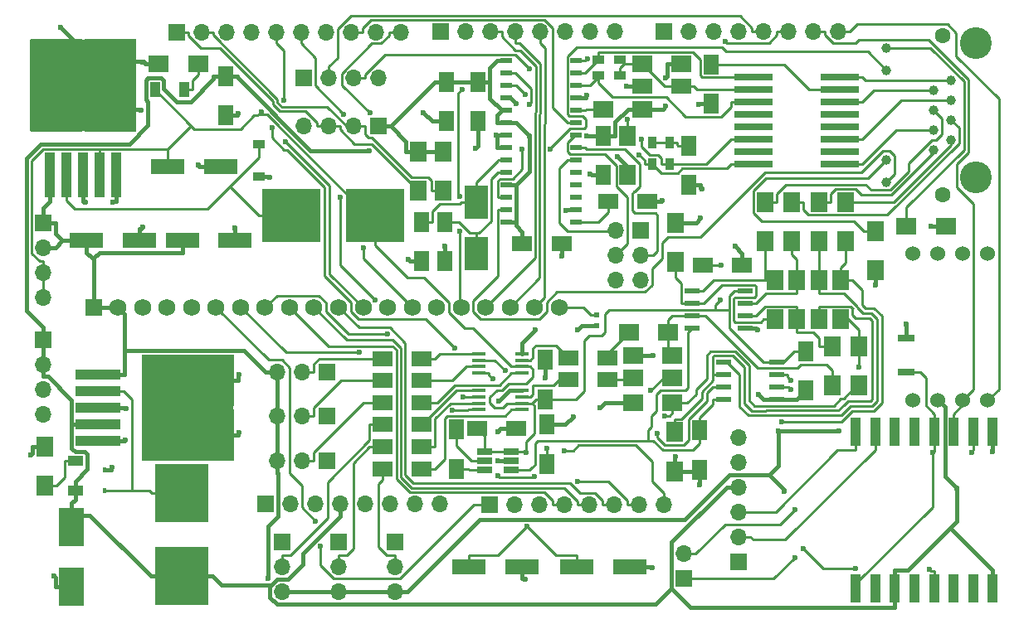
<source format=gtl>
G04 #@! TF.FileFunction,Copper,L1,Top,Signal*
%FSLAX46Y46*%
G04 Gerber Fmt 4.6, Leading zero omitted, Abs format (unit mm)*
G04 Created by KiCad (PCBNEW 4.0.5) date 03/19/18 20:55:46*
%MOMM*%
%LPD*%
G01*
G04 APERTURE LIST*
%ADD10C,0.100000*%
%ADD11R,3.500000X1.600000*%
%ADD12R,1.600000X2.000000*%
%ADD13R,2.000000X1.600000*%
%ADD14R,1.200000X0.900000*%
%ADD15R,1.143000X0.508000*%
%ADD16C,3.250000*%
%ADD17C,1.000000*%
%ADD18C,1.600000*%
%ADD19R,0.600000X0.600000*%
%ADD20R,2.000000X1.700000*%
%ADD21R,6.000000X5.500000*%
%ADD22R,1.700000X1.700000*%
%ADD23O,1.700000X1.700000*%
%ADD24R,1.750000X1.750000*%
%ADD25C,1.750000*%
%ADD26R,1.700000X2.000000*%
%ADD27R,0.900000X1.200000*%
%ADD28R,1.700000X0.800000*%
%ADD29R,4.000000X0.640000*%
%ADD30R,1.100000X4.600000*%
%ADD31R,10.800000X9.400000*%
%ADD32R,5.250000X4.550000*%
%ADD33R,1.000000X3.000000*%
%ADD34R,1.560000X0.650000*%
%ADD35R,1.450000X0.450000*%
%ADD36R,1.550000X0.600000*%
%ADD37R,4.600000X1.100000*%
%ADD38R,9.400000X10.800000*%
%ADD39R,4.550000X5.250000*%
%ADD40R,2.400000X3.500000*%
%ADD41R,2.500000X4.000000*%
%ADD42R,0.450000X0.600000*%
%ADD43R,5.500000X6.000000*%
%ADD44R,1.600000X1.000000*%
%ADD45R,1.000000X1.600000*%
%ADD46C,1.524000*%
%ADD47C,0.600000*%
%ADD48C,0.400000*%
%ADD49C,0.250000*%
G04 APERTURE END LIST*
D10*
D11*
X113000000Y-92200000D03*
X118400000Y-92200000D03*
D12*
X147200000Y-90300000D03*
X147200000Y-94300000D03*
X149600000Y-90300000D03*
X149600000Y-94300000D03*
X153000000Y-76000000D03*
X153000000Y-80000000D03*
D13*
X166275000Y-88175000D03*
X170275000Y-88175000D03*
D12*
X174500000Y-82500000D03*
X174500000Y-86500000D03*
D13*
X173700000Y-76400000D03*
X169700000Y-76400000D03*
D12*
X176800000Y-74200000D03*
X176800000Y-78200000D03*
X165750000Y-81500000D03*
X165750000Y-85500000D03*
X149750000Y-76000000D03*
X149750000Y-80000000D03*
D13*
X157500000Y-92500000D03*
X161500000Y-92500000D03*
D12*
X127200000Y-75400000D03*
X127200000Y-79400000D03*
D11*
X122800000Y-92200000D03*
X128200000Y-92200000D03*
X121300000Y-84600000D03*
X126700000Y-84600000D03*
D12*
X186400000Y-103500000D03*
X186400000Y-107500000D03*
D13*
X147250000Y-113250000D03*
X143250000Y-113250000D03*
X147250000Y-104250000D03*
X143250000Y-104250000D03*
X143250000Y-108750000D03*
X147250000Y-108750000D03*
X143250000Y-111000000D03*
X147250000Y-111000000D03*
X147250000Y-115500000D03*
X143250000Y-115500000D03*
X147250000Y-106500000D03*
X143250000Y-106500000D03*
D12*
X175600000Y-111600000D03*
X175600000Y-115600000D03*
X150750000Y-115500000D03*
X150750000Y-111500000D03*
X160000000Y-115000000D03*
X160000000Y-111000000D03*
D11*
X163050000Y-125500000D03*
X168450000Y-125500000D03*
D13*
X152900000Y-111400000D03*
X156900000Y-111400000D03*
D11*
X152050000Y-125500000D03*
X157450000Y-125500000D03*
D13*
X175900000Y-94700000D03*
X179900000Y-94700000D03*
D12*
X159800000Y-108400000D03*
X159800000Y-104400000D03*
D14*
X130600000Y-82350000D03*
X130600000Y-85650000D03*
D15*
X163006000Y-90305000D03*
X163006000Y-89035000D03*
X163006000Y-87765000D03*
X163006000Y-86495000D03*
X163006000Y-85225000D03*
X163006000Y-83955000D03*
X163006000Y-82685000D03*
X163006000Y-81415000D03*
X163006000Y-80145000D03*
X163006000Y-78875000D03*
X163006000Y-77605000D03*
X163006000Y-76335000D03*
X163006000Y-75065000D03*
X163006000Y-73795000D03*
X155894000Y-73795000D03*
X155894000Y-75065000D03*
X155894000Y-76335000D03*
X155894000Y-77605000D03*
X155894000Y-78875000D03*
X155894000Y-80145000D03*
X155894000Y-81415000D03*
X155894000Y-82685000D03*
X155894000Y-83955000D03*
X155894000Y-85225000D03*
X155894000Y-86495000D03*
X155894000Y-87765000D03*
X155894000Y-89035000D03*
X155894000Y-90305000D03*
D16*
X203800000Y-85700000D03*
X203800000Y-71980000D03*
D17*
X194660000Y-86210000D03*
X194660000Y-83920000D03*
X194660000Y-72490000D03*
X194660000Y-74780000D03*
X199480000Y-82910000D03*
X199480000Y-80880000D03*
X199480000Y-78850000D03*
X199480000Y-76820000D03*
X201260000Y-81890000D03*
X201260000Y-79860000D03*
X201260000Y-77830000D03*
X201260000Y-75800000D03*
D18*
X200370000Y-71220000D03*
X200370000Y-87480000D03*
D19*
X165100000Y-100850000D03*
X165100000Y-99750000D03*
D20*
X173700000Y-74100000D03*
X169700000Y-74100000D03*
D21*
X142450000Y-89600000D03*
X133950000Y-89600000D03*
D22*
X174000000Y-126750000D03*
D23*
X174000000Y-124210000D03*
D22*
X142800000Y-80500000D03*
D23*
X140260000Y-80500000D03*
X137720000Y-80500000D03*
X135180000Y-80500000D03*
D22*
X108600000Y-102300000D03*
D23*
X108600000Y-104840000D03*
X108600000Y-107380000D03*
X108600000Y-109920000D03*
D22*
X108600000Y-90400000D03*
D23*
X108600000Y-92940000D03*
X108600000Y-95480000D03*
X108600000Y-98020000D03*
D22*
X135200000Y-75600000D03*
D23*
X137740000Y-75600000D03*
X140280000Y-75600000D03*
X142820000Y-75600000D03*
D22*
X179600000Y-125000000D03*
D23*
X179600000Y-122460000D03*
X179600000Y-119920000D03*
X179600000Y-117380000D03*
X179600000Y-114840000D03*
X179600000Y-112300000D03*
D22*
X122220000Y-70880000D03*
D23*
X124760000Y-70880000D03*
X127300000Y-70880000D03*
X129840000Y-70880000D03*
X132380000Y-70880000D03*
X134920000Y-70880000D03*
X137460000Y-70880000D03*
X140000000Y-70880000D03*
X142540000Y-70880000D03*
X145080000Y-70880000D03*
D22*
X149150000Y-70860000D03*
D23*
X151690000Y-70860000D03*
X154230000Y-70860000D03*
X156770000Y-70860000D03*
X159310000Y-70860000D03*
X161850000Y-70860000D03*
X164390000Y-70860000D03*
X166930000Y-70860000D03*
D22*
X171960000Y-70840000D03*
D23*
X174500000Y-70840000D03*
X177040000Y-70840000D03*
X179580000Y-70840000D03*
X182120000Y-70840000D03*
X184660000Y-70840000D03*
X187200000Y-70840000D03*
X189740000Y-70840000D03*
D22*
X131300000Y-119130000D03*
D23*
X133840000Y-119130000D03*
X136380000Y-119130000D03*
X138920000Y-119130000D03*
X141460000Y-119130000D03*
X144000000Y-119130000D03*
X146540000Y-119130000D03*
X149080000Y-119130000D03*
D22*
X154170000Y-119150000D03*
D23*
X156710000Y-119150000D03*
X159250000Y-119150000D03*
X161790000Y-119150000D03*
X164330000Y-119150000D03*
X166870000Y-119150000D03*
X169410000Y-119150000D03*
X171950000Y-119150000D03*
D22*
X169540000Y-91190000D03*
D23*
X167000000Y-91190000D03*
X169540000Y-93730000D03*
X167000000Y-93730000D03*
X169540000Y-96270000D03*
X167000000Y-96270000D03*
D22*
X137600000Y-105600000D03*
D23*
X135060000Y-105600000D03*
X132520000Y-105600000D03*
D22*
X137600000Y-110100000D03*
D23*
X135060000Y-110100000D03*
X132520000Y-110100000D03*
D22*
X137600000Y-114700000D03*
D23*
X135060000Y-114700000D03*
X132520000Y-114700000D03*
D22*
X133000000Y-123000000D03*
D23*
X133000000Y-125540000D03*
X133000000Y-128080000D03*
D22*
X138750000Y-123000000D03*
D23*
X138750000Y-125540000D03*
X138750000Y-128080000D03*
D22*
X144500000Y-123000000D03*
D23*
X144500000Y-125540000D03*
X144500000Y-128080000D03*
D24*
X113750000Y-99000000D03*
D25*
X116250000Y-99000000D03*
X118750000Y-99000000D03*
X121250000Y-99000000D03*
X123750000Y-99000000D03*
X126250000Y-99000000D03*
X128750000Y-99000000D03*
X131250000Y-99000000D03*
X133750000Y-99000000D03*
X136250000Y-99000000D03*
X138750000Y-99000000D03*
X141250000Y-99000000D03*
X143750000Y-99000000D03*
X146250000Y-99000000D03*
X148750000Y-99000000D03*
X151250000Y-99000000D03*
X153750000Y-99000000D03*
X156250000Y-99000000D03*
X158750000Y-99000000D03*
X161250000Y-99000000D03*
D20*
X169750000Y-78750000D03*
X165750000Y-78750000D03*
D26*
X168250000Y-81500000D03*
X168250000Y-85500000D03*
D27*
X172500000Y-84350000D03*
X172500000Y-82150000D03*
X170750000Y-82150000D03*
X170750000Y-84350000D03*
D14*
X165250000Y-73750000D03*
X167450000Y-73750000D03*
X167450000Y-75300000D03*
X165250000Y-75300000D03*
D26*
X193500000Y-91250000D03*
X193500000Y-95250000D03*
D20*
X200700000Y-90700000D03*
X196700000Y-90700000D03*
D26*
X146900000Y-83100000D03*
X146900000Y-87100000D03*
X149400000Y-83100000D03*
X149400000Y-87100000D03*
D20*
X168400000Y-101600000D03*
X172400000Y-101600000D03*
X168800000Y-106200000D03*
X172800000Y-106200000D03*
X172800000Y-108800000D03*
X168800000Y-108800000D03*
X172800000Y-103900000D03*
X168800000Y-103900000D03*
D26*
X173000000Y-111750000D03*
X173000000Y-115750000D03*
X173100000Y-94400000D03*
X173100000Y-90400000D03*
X191800000Y-103000000D03*
X191800000Y-107000000D03*
X189100000Y-103000000D03*
X189100000Y-107000000D03*
X187750000Y-96250000D03*
X187750000Y-100250000D03*
X190000000Y-96250000D03*
X190000000Y-100250000D03*
X183250000Y-96250000D03*
X183250000Y-100250000D03*
X185500000Y-96250000D03*
X185500000Y-100250000D03*
X190500000Y-88250000D03*
X190500000Y-92250000D03*
X187750000Y-88250000D03*
X187750000Y-92250000D03*
X185000000Y-88250000D03*
X185000000Y-92250000D03*
X182250000Y-88250000D03*
X182250000Y-92250000D03*
D28*
X196700000Y-105600000D03*
X196700000Y-102200000D03*
D29*
X181117500Y-79265000D03*
X181117500Y-77995000D03*
X181117500Y-76725000D03*
X181117500Y-75455000D03*
X181117500Y-80535000D03*
X181117500Y-81805000D03*
X181117500Y-83075000D03*
X181117500Y-84345000D03*
X189882500Y-75455000D03*
X189882500Y-76725000D03*
X189882500Y-77995000D03*
X189882500Y-79265000D03*
X189882500Y-80535000D03*
X189882500Y-81805000D03*
X189882500Y-83075000D03*
X189882500Y-84345000D03*
D30*
X109300000Y-85475000D03*
X111000000Y-85475000D03*
X112700000Y-85475000D03*
X114400000Y-85475000D03*
X116100000Y-85475000D03*
D31*
X112700000Y-76325000D03*
D32*
X115475000Y-73900000D03*
X109925000Y-78750000D03*
X109925000Y-73900000D03*
X115475000Y-78750000D03*
D33*
X205500000Y-111750000D03*
X203500000Y-111750000D03*
X201500000Y-111750000D03*
X199500000Y-111750000D03*
X197500000Y-111750000D03*
X195500000Y-111750000D03*
X193500000Y-111750000D03*
X191500000Y-111750000D03*
X191500000Y-127750000D03*
X193500000Y-127750000D03*
X195500000Y-127750000D03*
X197500000Y-127750000D03*
X199500000Y-127750000D03*
X201500000Y-127750000D03*
X203500000Y-127750000D03*
X205500000Y-127750000D03*
D34*
X156350000Y-115650000D03*
X156350000Y-114700000D03*
X156350000Y-113750000D03*
X153650000Y-113750000D03*
X153650000Y-115650000D03*
X153650000Y-114700000D03*
D35*
X153050000Y-107525000D03*
X153050000Y-108175000D03*
X153050000Y-108825000D03*
X153050000Y-109475000D03*
X157450000Y-109475000D03*
X157450000Y-108825000D03*
X157450000Y-108175000D03*
X157450000Y-107525000D03*
X153050000Y-103775000D03*
X153050000Y-104425000D03*
X153050000Y-105075000D03*
X153050000Y-105725000D03*
X157450000Y-105725000D03*
X157450000Y-105075000D03*
X157450000Y-104425000D03*
X157450000Y-103775000D03*
D36*
X178050000Y-104595000D03*
X178050000Y-105865000D03*
X178050000Y-107135000D03*
X178050000Y-108405000D03*
X183450000Y-108405000D03*
X183450000Y-107135000D03*
X183450000Y-105865000D03*
X183450000Y-104595000D03*
X174800000Y-97345000D03*
X174800000Y-98615000D03*
X174800000Y-99885000D03*
X174800000Y-101155000D03*
X180200000Y-101155000D03*
X180200000Y-99885000D03*
X180200000Y-98615000D03*
X180200000Y-97345000D03*
D37*
X114225000Y-105850000D03*
X114225000Y-107550000D03*
X114225000Y-109250000D03*
X114225000Y-110950000D03*
X114225000Y-112650000D03*
D38*
X123375000Y-109250000D03*
D39*
X125800000Y-112025000D03*
X120950000Y-106475000D03*
X125800000Y-106475000D03*
X120950000Y-112025000D03*
D40*
X152800000Y-88300000D03*
X152800000Y-93500000D03*
D41*
X111500000Y-121450000D03*
X111500000Y-127550000D03*
D42*
X114900000Y-117750000D03*
X114900000Y-115650000D03*
D43*
X122750000Y-118000000D03*
X122750000Y-126500000D03*
D44*
X111900000Y-114700000D03*
X111900000Y-117700000D03*
D45*
X123000000Y-76800000D03*
X120000000Y-76800000D03*
D26*
X108750000Y-117250000D03*
X108750000Y-113250000D03*
D20*
X124400000Y-74100000D03*
X120400000Y-74100000D03*
D13*
X162200000Y-106400000D03*
X166200000Y-106400000D03*
X162200000Y-104200000D03*
X166200000Y-104200000D03*
D46*
X205000000Y-108500000D03*
X202460000Y-108500000D03*
X199920000Y-108500000D03*
X197380000Y-108500000D03*
X205000000Y-93500000D03*
X202460000Y-93500000D03*
X199920000Y-93500000D03*
X197380000Y-93500000D03*
D47*
X162700000Y-110200000D03*
X155100000Y-108600000D03*
X163100000Y-101300000D03*
X170800000Y-103900000D03*
X165400000Y-109300000D03*
X159800000Y-106200000D03*
X158800000Y-101300000D03*
X155000000Y-111700000D03*
X155000000Y-114700000D03*
X181600000Y-107900000D03*
X196700000Y-100700000D03*
X179200000Y-92800000D03*
X175700000Y-89900000D03*
X173155100Y-114232700D03*
X175600000Y-117159000D03*
X110400000Y-70400000D03*
X147400000Y-79100000D03*
X152700000Y-82800000D03*
X156900000Y-78200000D03*
X167200000Y-83600000D03*
X115642800Y-115405900D03*
X109706500Y-126493100D03*
X181514300Y-101294000D03*
X117041800Y-109366500D03*
X118616800Y-78866500D03*
X199171600Y-90749500D03*
X161912900Y-89156300D03*
X149600000Y-92766400D03*
X145874100Y-94151600D03*
X157759900Y-126837700D03*
X124416200Y-84466500D03*
X128514200Y-79224500D03*
X128200000Y-90888900D03*
X131723900Y-85773600D03*
X161500000Y-93805300D03*
X193500000Y-96782400D03*
X117025400Y-112549900D03*
X118874900Y-73966100D03*
X154819600Y-81398500D03*
X164089300Y-77328400D03*
X168153700Y-76421800D03*
X175814400Y-86933700D03*
X175494600Y-78305100D03*
X112898900Y-88286500D03*
X115739800Y-88286500D03*
X171781700Y-88068600D03*
X128579900Y-111830000D03*
X128621600Y-105854900D03*
X107363500Y-114074600D03*
X164426800Y-85377100D03*
X170737400Y-125637100D03*
X118794400Y-90833000D03*
X205500000Y-113791600D03*
X160000000Y-113400000D03*
X177800000Y-94700000D03*
X177700000Y-98300000D03*
X130873200Y-79029500D03*
X157892000Y-113823800D03*
X157988800Y-121399600D03*
X141921400Y-83024500D03*
X158200500Y-81533900D03*
X164093000Y-81533900D03*
X172125100Y-78491800D03*
X172125100Y-75547800D03*
X201824000Y-117516600D03*
X131535200Y-126685200D03*
X183634600Y-111646200D03*
X189768500Y-111647400D03*
X184250000Y-117818600D03*
X168208300Y-79799400D03*
X164135700Y-73638900D03*
X169434700Y-83441200D03*
X158247800Y-78242500D03*
X169631300Y-81849400D03*
X157797500Y-77259900D03*
X160354700Y-82877400D03*
X157498500Y-82877400D03*
X185279200Y-124612500D03*
X185280200Y-119690100D03*
X178211600Y-71885200D03*
X158206600Y-74640500D03*
X151490500Y-108172900D03*
X150573400Y-103140100D03*
X131944300Y-80692100D03*
X133128500Y-77819700D03*
X150341300Y-109511300D03*
X142515500Y-98249500D03*
X138944700Y-87740700D03*
X139272400Y-79273900D03*
X133320900Y-82093100D03*
X141279300Y-92903100D03*
X141941300Y-79149500D03*
X151073800Y-91260700D03*
X151073800Y-87658300D03*
X151375000Y-76731100D03*
X136416400Y-120845100D03*
X136900100Y-123412500D03*
X140828100Y-103633900D03*
X143717500Y-101725200D03*
X155000000Y-116200000D03*
X158700000Y-116300000D03*
X155739600Y-105486400D03*
X163109300Y-116820700D03*
X154466000Y-106306400D03*
X161758100Y-113678000D03*
X186195300Y-123707500D03*
X191517700Y-125732100D03*
X199009100Y-125740900D03*
X199339200Y-113878600D03*
X170600000Y-107500000D03*
X172000000Y-110100000D03*
X171300000Y-111900000D03*
X191800000Y-105100000D03*
X184900000Y-107400000D03*
X183953400Y-110682200D03*
X184883400Y-106503500D03*
X203359200Y-113871900D03*
D48*
X160000000Y-111000000D02*
X161900000Y-111000000D01*
X161900000Y-111000000D02*
X162700000Y-110200000D01*
X157450000Y-107525000D02*
X156175000Y-107525000D01*
X156175000Y-107525000D02*
X155100000Y-108600000D01*
X165100000Y-100850000D02*
X163550000Y-100850000D01*
X163550000Y-100850000D02*
X163100000Y-101300000D01*
X168800000Y-103900000D02*
X169600000Y-103900000D01*
X169600000Y-103900000D02*
X170800000Y-103900000D01*
X168800000Y-108800000D02*
X165900000Y-108800000D01*
X165900000Y-108800000D02*
X165400000Y-109300000D01*
X175450000Y-115750000D02*
X175600000Y-115600000D01*
X173000000Y-115750000D02*
X175450000Y-115750000D01*
X159800000Y-104400000D02*
X159800000Y-106200000D01*
X157450000Y-103775000D02*
X157450000Y-102650000D01*
X157450000Y-102650000D02*
X158800000Y-101300000D01*
X159800000Y-104400000D02*
X159800000Y-104100000D01*
X168800000Y-103900000D02*
X168600000Y-103900000D01*
X156900000Y-111400000D02*
X155300000Y-111400000D01*
X155300000Y-111400000D02*
X155000000Y-111700000D01*
X156350000Y-114700000D02*
X155000000Y-114700000D01*
X183450000Y-108405000D02*
X185495000Y-108405000D01*
X185495000Y-108405000D02*
X186400000Y-107500000D01*
X183450000Y-108405000D02*
X182105000Y-108405000D01*
X182105000Y-108405000D02*
X181600000Y-107900000D01*
X196700000Y-102200000D02*
X196700000Y-100700000D01*
X186400000Y-107500000D02*
X186200000Y-107500000D01*
X179900000Y-94700000D02*
X179900000Y-93500000D01*
X179900000Y-93500000D02*
X179200000Y-92800000D01*
X173100000Y-90400000D02*
X175200000Y-90400000D01*
X175200000Y-90400000D02*
X175700000Y-89900000D01*
X173155100Y-114232700D02*
X173038100Y-114349700D01*
X173038100Y-114349700D02*
X173000000Y-114349700D01*
X173000000Y-115750000D02*
X173000000Y-114349700D01*
X175600000Y-117159000D02*
X175600000Y-115600000D01*
X112700000Y-76325000D02*
X112700000Y-72700000D01*
X112700000Y-72700000D02*
X110400000Y-70400000D01*
X149750000Y-80000000D02*
X148300000Y-80000000D01*
X148300000Y-80000000D02*
X147400000Y-79100000D01*
X153000000Y-80000000D02*
X153000000Y-82500000D01*
X153000000Y-82500000D02*
X152700000Y-82800000D01*
X155894000Y-77605000D02*
X156305000Y-77605000D01*
X156305000Y-77605000D02*
X156900000Y-78200000D01*
X168250000Y-85500000D02*
X168250000Y-84650000D01*
X168250000Y-84650000D02*
X167200000Y-83600000D01*
X114900000Y-115650000D02*
X115525300Y-115650000D01*
X115525300Y-115523400D02*
X115525300Y-115650000D01*
X115642800Y-115405900D02*
X115525300Y-115523400D01*
X111500000Y-127550000D02*
X109849700Y-127550000D01*
X109849700Y-126636300D02*
X109849700Y-127550000D01*
X109706500Y-126493100D02*
X109849700Y-126636300D01*
X180200000Y-101155000D02*
X181375300Y-101155000D01*
X181514300Y-101294000D02*
X181375300Y-101155000D01*
X114225000Y-109250000D02*
X116925300Y-109250000D01*
X117041800Y-109366500D02*
X116925300Y-109250000D01*
X115475000Y-78750000D02*
X118500300Y-78750000D01*
X118616800Y-78866500D02*
X118500300Y-78750000D01*
X200700000Y-90700000D02*
X199299700Y-90700000D01*
X199250200Y-90749500D02*
X199299700Y-90700000D01*
X199171600Y-90749500D02*
X199250200Y-90749500D01*
X163006000Y-89035000D02*
X162034200Y-89035000D01*
X161912900Y-89156300D02*
X162034200Y-89035000D01*
X149600000Y-94300000D02*
X149600000Y-92766400D01*
X147200000Y-94300000D02*
X145999700Y-94300000D01*
X145999700Y-94277200D02*
X145999700Y-94300000D01*
X145874100Y-94151600D02*
X145999700Y-94277200D01*
X157450000Y-125500000D02*
X157450000Y-126700300D01*
X157622500Y-126700300D02*
X157450000Y-126700300D01*
X157759900Y-126837700D02*
X157622500Y-126700300D01*
X126700000Y-84600000D02*
X124549700Y-84600000D01*
X124416200Y-84466500D02*
X124549700Y-84600000D01*
X127200000Y-79400000D02*
X128400300Y-79400000D01*
X128400300Y-79338400D02*
X128400300Y-79400000D01*
X128514200Y-79224500D02*
X128400300Y-79338400D01*
X128200000Y-90888900D02*
X128200000Y-92200000D01*
X130600000Y-85650000D02*
X131600300Y-85650000D01*
X131723900Y-85773600D02*
X131600300Y-85650000D01*
X161500000Y-93805300D02*
X161500000Y-92500000D01*
X193500000Y-96782400D02*
X193500000Y-95250000D01*
X109925000Y-76450100D02*
X109925000Y-78750000D01*
X109799900Y-76325000D02*
X109925000Y-76450100D01*
X109925000Y-73900000D02*
X108412400Y-73900000D01*
X109799900Y-75287500D02*
X109799900Y-76325000D01*
X108412400Y-73900000D02*
X109799900Y-75287500D01*
X114225000Y-112650000D02*
X116925300Y-112650000D01*
X117025400Y-112549900D02*
X116925300Y-112650000D01*
X111250000Y-76325000D02*
X109799900Y-76325000D01*
X111250000Y-76325000D02*
X112700000Y-76325000D01*
X120400000Y-74100000D02*
X118999700Y-74100000D01*
X154922200Y-81415000D02*
X154922200Y-82685000D01*
X155894000Y-81415000D02*
X154922200Y-81415000D01*
X155894000Y-82685000D02*
X154922200Y-82685000D01*
X154905700Y-81398500D02*
X154922200Y-81415000D01*
X154819600Y-81398500D02*
X154905700Y-81398500D01*
X163006000Y-77605000D02*
X163977800Y-77605000D01*
X163977800Y-77439900D02*
X163977800Y-77605000D01*
X164089300Y-77328400D02*
X163977800Y-77439900D01*
X169700000Y-76400000D02*
X168299700Y-76400000D01*
X168277900Y-76421800D02*
X168299700Y-76400000D01*
X168153700Y-76421800D02*
X168277900Y-76421800D01*
X174500000Y-86500000D02*
X175700300Y-86500000D01*
X175700300Y-86819600D02*
X175814400Y-86933700D01*
X175700300Y-86500000D02*
X175700300Y-86819600D01*
X176800000Y-78200000D02*
X175599700Y-78200000D01*
X175494600Y-78305100D02*
X175599700Y-78200000D01*
X112787700Y-88175300D02*
X112700000Y-88175300D01*
X112898900Y-88286500D02*
X112787700Y-88175300D01*
X112700000Y-85475000D02*
X112700000Y-88175300D01*
X115475000Y-73900000D02*
X118500300Y-73900000D01*
X118999700Y-74090900D02*
X118874900Y-73966100D01*
X118999700Y-74100000D02*
X118999700Y-74090900D01*
X118566400Y-73966100D02*
X118500300Y-73900000D01*
X118874900Y-73966100D02*
X118566400Y-73966100D01*
X115851000Y-88175300D02*
X116100000Y-88175300D01*
X115739800Y-88286500D02*
X115851000Y-88175300D01*
X116100000Y-85475000D02*
X116100000Y-88175300D01*
X168677600Y-103777300D02*
X168650300Y-103750000D01*
X168760200Y-103777300D02*
X168677600Y-103777300D01*
X170275000Y-88175000D02*
X171675300Y-88175000D01*
X171781700Y-88068600D02*
X171675300Y-88175000D01*
X125800000Y-112025000D02*
X126150000Y-112025000D01*
X128475300Y-111934600D02*
X128475300Y-112025000D01*
X128579900Y-111830000D02*
X128475300Y-111934600D01*
X126150000Y-112025000D02*
X128475300Y-112025000D01*
X125800000Y-106475000D02*
X128475300Y-106475000D01*
X128475300Y-106001200D02*
X128475300Y-106475000D01*
X128621600Y-105854900D02*
X128475300Y-106001200D01*
X108750000Y-113250000D02*
X107499700Y-113250000D01*
X107499700Y-113938400D02*
X107499700Y-113250000D01*
X107363500Y-114074600D02*
X107499700Y-113938400D01*
X120950000Y-112025000D02*
X123625300Y-112025000D01*
X124887700Y-110762600D02*
X123625300Y-112025000D01*
X126150000Y-112025000D02*
X124887700Y-110762600D01*
X124887700Y-110762600D02*
X123375000Y-109250000D01*
X120950000Y-106825000D02*
X120950000Y-106475000D01*
X123375000Y-109250000D02*
X120950000Y-106825000D01*
X165750000Y-85500000D02*
X164549700Y-85500000D01*
X164426800Y-85377100D02*
X164549700Y-85500000D01*
X168450000Y-125500000D02*
X170600300Y-125500000D01*
X170600300Y-125500000D02*
X170737400Y-125637100D01*
X118400000Y-92200000D02*
X118400000Y-90999700D01*
X118627700Y-90999700D02*
X118400000Y-90999700D01*
X118794400Y-90833000D02*
X118627700Y-90999700D01*
X205500000Y-113791600D02*
X205500000Y-111750000D01*
D49*
X156300000Y-106800000D02*
X156100000Y-106800000D01*
X158275000Y-105075000D02*
X158600000Y-105400000D01*
X158600000Y-105400000D02*
X158600000Y-106100000D01*
X158600000Y-106100000D02*
X157900000Y-106800000D01*
X157900000Y-106800000D02*
X156300000Y-106800000D01*
X157450000Y-105075000D02*
X158275000Y-105075000D01*
X155500000Y-109300000D02*
X155975000Y-108825000D01*
X154700000Y-109300000D02*
X155500000Y-109300000D01*
X154200000Y-108800000D02*
X154700000Y-109300000D01*
X154200000Y-108200000D02*
X154200000Y-108800000D01*
X154900000Y-107500000D02*
X154200000Y-108200000D01*
X155400000Y-107500000D02*
X154900000Y-107500000D01*
X156100000Y-106800000D02*
X155400000Y-107500000D01*
X160000000Y-115000000D02*
X160000000Y-113400000D01*
X171144300Y-99250000D02*
X166350000Y-99250000D01*
X177200000Y-99250000D02*
X171144300Y-99250000D01*
X163000000Y-108400000D02*
X159800000Y-108400000D01*
X163800000Y-107600000D02*
X163000000Y-108400000D01*
X163800000Y-102400000D02*
X163800000Y-107600000D01*
X164300000Y-101900000D02*
X163800000Y-102400000D01*
X165600000Y-101900000D02*
X164300000Y-101900000D01*
X165900000Y-101600000D02*
X165600000Y-101900000D01*
X165900000Y-99700000D02*
X165900000Y-101600000D01*
X166350000Y-99250000D02*
X165900000Y-99700000D01*
X155925000Y-108825000D02*
X155975000Y-108825000D01*
X155975000Y-108825000D02*
X157450000Y-108825000D01*
X159800000Y-108400000D02*
X158925300Y-108400000D01*
X158925300Y-108400000D02*
X158500300Y-108825000D01*
X153650000Y-113750000D02*
X153650000Y-112150000D01*
X153650000Y-112150000D02*
X152900000Y-111400000D01*
X157892000Y-113000000D02*
X157892000Y-112708000D01*
X158705300Y-111894700D02*
X158705300Y-111300000D01*
X157892000Y-112708000D02*
X158705300Y-111894700D01*
X156350000Y-113750000D02*
X157818200Y-113750000D01*
X157818200Y-113750000D02*
X157892000Y-113823800D01*
X153650000Y-113750000D02*
X156350000Y-113750000D01*
X156350000Y-113750000D02*
X156350000Y-113655300D01*
X183450000Y-104595000D02*
X184105000Y-104595000D01*
X184105000Y-104595000D02*
X185200000Y-103500000D01*
X185200000Y-103500000D02*
X186400000Y-103500000D01*
X177200000Y-99250000D02*
X177200000Y-98800000D01*
X177800000Y-94700000D02*
X175900000Y-94700000D01*
X177200000Y-98800000D02*
X177700000Y-98300000D01*
X114400000Y-85475000D02*
X114400000Y-82849700D01*
X108600000Y-98020000D02*
X108600000Y-95480000D01*
X108232600Y-94304700D02*
X108600000Y-94304700D01*
X107424700Y-93496800D02*
X108232600Y-94304700D01*
X107424700Y-84002800D02*
X107424700Y-93496800D01*
X108577800Y-82849700D02*
X107424700Y-84002800D01*
X114400000Y-82849700D02*
X108577800Y-82849700D01*
X108600000Y-95480000D02*
X108600000Y-94304700D01*
X121300000Y-84600000D02*
X121300000Y-83474700D01*
X163050000Y-125500000D02*
X163050000Y-124374700D01*
X152050000Y-125500000D02*
X152050000Y-124374700D01*
X160963900Y-124374700D02*
X163050000Y-124374700D01*
X157988800Y-121399600D02*
X160963900Y-124374700D01*
X155013700Y-124374700D02*
X157988800Y-121399600D01*
X152050000Y-124374700D02*
X155013700Y-124374700D01*
X157892000Y-113823800D02*
X157892000Y-113000000D01*
X157892000Y-113000000D02*
X157892000Y-112986700D01*
X157450000Y-108825000D02*
X158500300Y-108825000D01*
X158705300Y-111300000D02*
X158705300Y-109030000D01*
X158705300Y-109030000D02*
X158500300Y-108825000D01*
X180200000Y-97345000D02*
X179099700Y-97345000D01*
X183450000Y-104595000D02*
X182349700Y-104595000D01*
X178628600Y-97816100D02*
X178628600Y-99250000D01*
X179099700Y-97345000D02*
X178628600Y-97816100D01*
X182091100Y-104595000D02*
X182349700Y-104595000D01*
X178628600Y-101132500D02*
X182091100Y-104595000D01*
X178628600Y-99250000D02*
X178628600Y-101132500D01*
X121300000Y-82849700D02*
X114400000Y-82849700D01*
X121300000Y-82849700D02*
X121300000Y-83474700D01*
X123674900Y-80474800D02*
X121300000Y-82849700D01*
X120000000Y-76800000D02*
X123674900Y-80474800D01*
X177200000Y-99250000D02*
X178628600Y-99250000D01*
X130873200Y-79293300D02*
X130873200Y-79029500D01*
X130609400Y-79293300D02*
X130873200Y-79293300D01*
X130494700Y-79408000D02*
X130609400Y-79293300D01*
X130133200Y-79408000D02*
X130494700Y-79408000D01*
X128753800Y-80787400D02*
X130133200Y-79408000D01*
X123987400Y-80787400D02*
X128753800Y-80787400D01*
X123674900Y-80474800D02*
X123987400Y-80787400D01*
X141741600Y-89600000D02*
X142450000Y-89600000D01*
X131434900Y-79293300D02*
X141741600Y-89600000D01*
X130873200Y-79293300D02*
X131434900Y-79293300D01*
X157975200Y-105075000D02*
X157450000Y-105075000D01*
X145767800Y-95993100D02*
X142450000Y-92675300D01*
X147442200Y-95993100D02*
X145767800Y-95993100D01*
X150000000Y-98550900D02*
X147442200Y-95993100D01*
X150000000Y-99502700D02*
X150000000Y-98550900D01*
X151599400Y-101102100D02*
X150000000Y-99502700D01*
X152426800Y-101102100D02*
X151599400Y-101102100D01*
X156399700Y-105075000D02*
X152426800Y-101102100D01*
X157450000Y-105075000D02*
X156399700Y-105075000D01*
X142450000Y-89600000D02*
X142450000Y-92675300D01*
D48*
X127200000Y-75400000D02*
X128400300Y-75400000D01*
X127200000Y-75400000D02*
X125999700Y-75400000D01*
X108600000Y-104840000D02*
X108600000Y-102300000D01*
X125999700Y-75700100D02*
X125999700Y-75400000D01*
X123699400Y-78000400D02*
X125999700Y-75700100D01*
X122254100Y-78000400D02*
X123699400Y-78000400D01*
X120900400Y-76646700D02*
X122254100Y-78000400D01*
X120900400Y-75834300D02*
X120900400Y-76646700D01*
X120665700Y-75599600D02*
X120900400Y-75834300D01*
X119279100Y-75599600D02*
X120665700Y-75599600D01*
X119068200Y-75810500D02*
X119279100Y-75599600D01*
X119068200Y-77751400D02*
X119068200Y-75810500D01*
X119317200Y-78000400D02*
X119068200Y-77751400D01*
X119317200Y-80382400D02*
X119317200Y-78000400D01*
X117375300Y-82324300D02*
X119317200Y-80382400D01*
X108357200Y-82324300D02*
X117375300Y-82324300D01*
X106895300Y-83786200D02*
X108357200Y-82324300D01*
X106895300Y-99345000D02*
X106895300Y-83786200D01*
X108600000Y-101049700D02*
X106895300Y-99345000D01*
X108600000Y-102300000D02*
X108600000Y-101049700D01*
X142800000Y-80500000D02*
X144050300Y-80500000D01*
X149750000Y-76000000D02*
X148549700Y-76000000D01*
X149400000Y-83100000D02*
X146900000Y-83100000D01*
X145649700Y-82099400D02*
X144050300Y-80500000D01*
X145649700Y-83100000D02*
X145649700Y-82099400D01*
X146900000Y-83100000D02*
X145649700Y-83100000D01*
X155894000Y-78875000D02*
X155408100Y-78875000D01*
X155894000Y-80145000D02*
X154922200Y-80145000D01*
X155894000Y-80145000D02*
X156865800Y-80145000D01*
X138920000Y-119130000D02*
X138920000Y-120380300D01*
X179600000Y-117380000D02*
X178349700Y-117380000D01*
X135134600Y-124165700D02*
X138920000Y-120380300D01*
X135134600Y-125244400D02*
X135134600Y-124165700D01*
X133569000Y-126810000D02*
X135134600Y-125244400D01*
X132451200Y-126810000D02*
X133569000Y-126810000D01*
X131857900Y-127403300D02*
X132451200Y-126810000D01*
X131734900Y-127403300D02*
X131857900Y-127403300D01*
X126803600Y-127403300D02*
X131734900Y-127403300D01*
X125900300Y-126500000D02*
X126803600Y-127403300D01*
X122750000Y-126500000D02*
X125900300Y-126500000D01*
X111500000Y-121450000D02*
X111500000Y-120249800D01*
X111500000Y-120249800D02*
X111500000Y-119049700D01*
X113349500Y-120249800D02*
X119599700Y-126500000D01*
X111500000Y-120249800D02*
X113349500Y-120249800D01*
X122750000Y-126500000D02*
X119599700Y-126500000D01*
X149750000Y-76000000D02*
X153000000Y-76000000D01*
X154200300Y-74516900D02*
X154922200Y-73795000D01*
X154200300Y-76000000D02*
X154200300Y-74516900D01*
X153000000Y-76000000D02*
X154200300Y-76000000D01*
X155894000Y-73795000D02*
X154922200Y-73795000D01*
X154922200Y-79360900D02*
X154922200Y-80145000D01*
X155408100Y-78875000D02*
X154922200Y-79360900D01*
X154200300Y-77667200D02*
X154200300Y-76000000D01*
X155408100Y-78875000D02*
X154200300Y-77667200D01*
X165750000Y-81500000D02*
X164549700Y-81500000D01*
X164515800Y-81533900D02*
X164093000Y-81533900D01*
X164549700Y-81500000D02*
X164515800Y-81533900D01*
X173700000Y-74100000D02*
X172299700Y-74100000D01*
X172299700Y-75373200D02*
X172125100Y-75547800D01*
X172299700Y-74100000D02*
X172299700Y-75373200D01*
X171866900Y-78750000D02*
X169750000Y-78750000D01*
X172125100Y-78491800D02*
X171866900Y-78750000D01*
X169750000Y-78750000D02*
X168349700Y-78750000D01*
X165750000Y-81500000D02*
X166950300Y-81500000D01*
X166950300Y-80067100D02*
X166950300Y-81500000D01*
X168267400Y-78750000D02*
X166950300Y-80067100D01*
X168349700Y-78750000D02*
X168267400Y-78750000D01*
X148549700Y-76000600D02*
X148549700Y-76000000D01*
X144050300Y-80500000D02*
X148549700Y-76000600D01*
X135909200Y-83024500D02*
X141921400Y-83024500D01*
X128400300Y-75515600D02*
X135909200Y-83024500D01*
X128400300Y-75400000D02*
X128400300Y-75515600D01*
X200599700Y-109179700D02*
X199920000Y-108500000D01*
X200599700Y-116292300D02*
X200599700Y-109179700D01*
X172730400Y-127748400D02*
X174632300Y-129650300D01*
X171128700Y-129350100D02*
X172730400Y-127748400D01*
X132464900Y-129350100D02*
X171128700Y-129350100D01*
X131734900Y-128620100D02*
X132464900Y-129350100D01*
X131734900Y-127403300D02*
X131734900Y-128620100D01*
X172730400Y-122999300D02*
X178349700Y-117380000D01*
X172730400Y-127748400D02*
X172730400Y-122999300D01*
X114225000Y-110950000D02*
X111524700Y-110950000D01*
X111900000Y-118649700D02*
X111500000Y-119049700D01*
X111900000Y-117700000D02*
X111900000Y-118649700D01*
X111900000Y-117700000D02*
X111900000Y-116799700D01*
X111524700Y-113378500D02*
X111524700Y-110950000D01*
X111945800Y-113799600D02*
X111524700Y-113378500D01*
X112872700Y-113799600D02*
X111945800Y-113799600D01*
X113127300Y-114054200D02*
X112872700Y-113799600D01*
X113127300Y-115572400D02*
X113127300Y-114054200D01*
X111900000Y-116799700D02*
X113127300Y-115572400D01*
X109118100Y-106090300D02*
X108600000Y-106090300D01*
X111524700Y-108496900D02*
X109118100Y-106090300D01*
X111524700Y-110950000D02*
X111524700Y-108496900D01*
X108600000Y-104840000D02*
X108600000Y-106090300D01*
X155894000Y-86495000D02*
X156865800Y-86495000D01*
X158200300Y-81479500D02*
X158200300Y-81533900D01*
X156865800Y-80145000D02*
X158200300Y-81479500D01*
X158200300Y-81533900D02*
X158200500Y-81533900D01*
X156865800Y-90665500D02*
X157500000Y-91299700D01*
X156865800Y-90305000D02*
X156865800Y-90665500D01*
X155894000Y-90305000D02*
X156865800Y-90305000D01*
X157500000Y-92500000D02*
X157500000Y-91299700D01*
X158200300Y-85160500D02*
X156865800Y-86495000D01*
X158200300Y-81533900D02*
X158200300Y-85160500D01*
X156865800Y-86495000D02*
X156865800Y-90305000D01*
X201824000Y-117516600D02*
X200599700Y-116292300D01*
X201824000Y-117516600D02*
X201824000Y-120858300D01*
X195500000Y-127750000D02*
X195500000Y-125849700D01*
X205500000Y-127750000D02*
X205500000Y-125849700D01*
X196832600Y-125849700D02*
X195500000Y-125849700D01*
X195500000Y-127750000D02*
X195500000Y-129650300D01*
X174632300Y-129650300D02*
X195500000Y-129650300D01*
X201166300Y-121516000D02*
X205500000Y-125849700D01*
X201824000Y-120858300D02*
X201166300Y-121516000D01*
X201166300Y-121516000D02*
X196832600Y-125849700D01*
X109300000Y-85475000D02*
X109300000Y-88175300D01*
X122800000Y-92200000D02*
X122800000Y-93400300D01*
X144500000Y-128080000D02*
X145750300Y-128080000D01*
X108600000Y-88875300D02*
X108600000Y-90400000D01*
X109300000Y-88175300D02*
X108600000Y-88875300D01*
X108600000Y-90400000D02*
X109850300Y-90400000D01*
X113000000Y-92200000D02*
X113000000Y-93400300D01*
X114326700Y-93400300D02*
X113750000Y-93977000D01*
X122800000Y-93400300D02*
X114326700Y-93400300D01*
X113576700Y-93977000D02*
X113000000Y-93400300D01*
X113750000Y-93977000D02*
X113576700Y-93977000D01*
X113000000Y-92200000D02*
X111924900Y-92200000D01*
X108600000Y-92940000D02*
X109850300Y-92940000D01*
X109850300Y-91460000D02*
X110590300Y-92200000D01*
X109850300Y-90400000D02*
X109850300Y-91460000D01*
X111924900Y-92200000D02*
X110590300Y-92200000D01*
X110590300Y-92200000D02*
X109850300Y-92940000D01*
X114225000Y-105850000D02*
X116925300Y-105850000D01*
X132520000Y-105600000D02*
X131269700Y-105600000D01*
X129113000Y-103443300D02*
X131269700Y-105600000D01*
X116925300Y-103443300D02*
X129113000Y-103443300D01*
X116925300Y-105850000D02*
X116925300Y-103443300D01*
X131535200Y-121395600D02*
X131535200Y-126685200D01*
X132550400Y-120380400D02*
X131535200Y-121395600D01*
X132550400Y-115980700D02*
X132550400Y-120380400D01*
X132520000Y-115950300D02*
X132550400Y-115980700D01*
X132520000Y-114700000D02*
X132520000Y-115950300D01*
X144500000Y-128080000D02*
X143249700Y-128080000D01*
X138750000Y-128080000D02*
X143249700Y-128080000D01*
X132520000Y-105600000D02*
X132520000Y-110100000D01*
X132520000Y-110100000D02*
X132520000Y-114700000D01*
X189766700Y-111649200D02*
X189768500Y-111647400D01*
X183637600Y-111649200D02*
X189766700Y-111649200D01*
X183637600Y-111649200D02*
X183634600Y-111646200D01*
X184250000Y-117631000D02*
X184250000Y-117818600D01*
X182729000Y-116110000D02*
X184250000Y-117631000D01*
X178669500Y-116110000D02*
X182729000Y-116110000D01*
X174080200Y-120699300D02*
X178669500Y-116110000D01*
X153131000Y-120699300D02*
X174080200Y-120699300D01*
X145750300Y-128080000D02*
X153131000Y-120699300D01*
X183637600Y-115201400D02*
X183637600Y-111649200D01*
X182729000Y-116110000D02*
X183637600Y-115201400D01*
X116925300Y-99675300D02*
X116250000Y-99000000D01*
X116925300Y-103443300D02*
X116925300Y-99675300D01*
X113750000Y-93977000D02*
X113750000Y-99000000D01*
X113750000Y-99000000D02*
X116250000Y-99000000D01*
X133000000Y-128080000D02*
X138750000Y-128080000D01*
D49*
X154997200Y-84027500D02*
X154997200Y-83955000D01*
X152800000Y-86224700D02*
X154997200Y-84027500D01*
X155894000Y-83955000D02*
X154997200Y-83955000D01*
X152800000Y-88250000D02*
X152800000Y-86224700D01*
X152800000Y-88250000D02*
X152800000Y-88300000D01*
X148325300Y-89174700D02*
X148325300Y-90300000D01*
X149074600Y-88425400D02*
X148325300Y-89174700D01*
X151149300Y-88425400D02*
X149074600Y-88425400D01*
X151274700Y-88300000D02*
X151149300Y-88425400D01*
X152800000Y-88300000D02*
X151274700Y-88300000D01*
X147200000Y-90300000D02*
X148325300Y-90300000D01*
X151009700Y-90300000D02*
X149600000Y-90300000D01*
X152134400Y-91424700D02*
X151009700Y-90300000D01*
X152800000Y-91424700D02*
X152134400Y-91424700D01*
X152800000Y-93500000D02*
X152800000Y-91424700D01*
X153085400Y-91424700D02*
X152800000Y-91424700D01*
X154325300Y-90184800D02*
X153085400Y-91424700D01*
X154325300Y-85896900D02*
X154325300Y-90184800D01*
X154997200Y-85225000D02*
X154325300Y-85896900D01*
X155894000Y-85225000D02*
X154997200Y-85225000D01*
X166275000Y-88175000D02*
X166275000Y-89300300D01*
X165270300Y-90305000D02*
X163006000Y-90305000D01*
X166275000Y-89300300D02*
X165270300Y-90305000D01*
X170750000Y-82150000D02*
X172500000Y-82150000D01*
X173275300Y-82400600D02*
X173374700Y-82500000D01*
X173275300Y-82150000D02*
X173275300Y-82400600D01*
X174500000Y-82500000D02*
X173374700Y-82500000D01*
X172500000Y-82150000D02*
X173275300Y-82150000D01*
X172000000Y-76400000D02*
X173700000Y-76400000D01*
X169700000Y-74100000D02*
X172000000Y-76400000D01*
X169700000Y-74100000D02*
X168487300Y-74100000D01*
X167450000Y-75300000D02*
X167450000Y-74524700D01*
X167837400Y-74137300D02*
X167450000Y-74524700D01*
X167450000Y-73750000D02*
X167837400Y-74137300D01*
X168374700Y-74100000D02*
X168487300Y-74100000D01*
X168337300Y-74137400D02*
X168374700Y-74100000D01*
X167837400Y-74137400D02*
X168337300Y-74137400D01*
X167837400Y-74137300D02*
X167837400Y-74137400D01*
X175350300Y-76725000D02*
X175025300Y-76400000D01*
X181117500Y-76725000D02*
X175350300Y-76725000D01*
X173700000Y-76400000D02*
X175025300Y-76400000D01*
X184204700Y-74200000D02*
X176800000Y-74200000D01*
X186729700Y-76725000D02*
X184204700Y-74200000D01*
X189882500Y-76725000D02*
X186729700Y-76725000D01*
X153050000Y-108825000D02*
X151999700Y-108825000D01*
X147250000Y-113250000D02*
X148575300Y-113250000D01*
X148575300Y-110393000D02*
X148575300Y-113250000D01*
X150143300Y-108825000D02*
X148575300Y-110393000D01*
X151999700Y-108825000D02*
X150143300Y-108825000D01*
X139558000Y-124364700D02*
X138750000Y-124364700D01*
X140269700Y-123653000D02*
X139558000Y-124364700D01*
X140269700Y-114905000D02*
X140269700Y-123653000D01*
X141924700Y-113250000D02*
X140269700Y-114905000D01*
X143250000Y-113250000D02*
X141924700Y-113250000D01*
X138750000Y-125540000D02*
X138750000Y-124364700D01*
X147250000Y-104250000D02*
X148575300Y-104250000D01*
X149050300Y-103775000D02*
X153050000Y-103775000D01*
X148575300Y-104250000D02*
X149050300Y-103775000D01*
X135060000Y-105600000D02*
X136235300Y-105600000D01*
X143250000Y-104250000D02*
X141924700Y-104250000D01*
X141915500Y-104259200D02*
X141924700Y-104250000D01*
X136780700Y-104259200D02*
X141915500Y-104259200D01*
X136235300Y-104804600D02*
X136780700Y-104259200D01*
X136235300Y-105600000D02*
X136235300Y-104804600D01*
X141311700Y-108750000D02*
X143250000Y-108750000D01*
X136235300Y-113826400D02*
X141311700Y-108750000D01*
X136235300Y-114700000D02*
X136235300Y-113826400D01*
X135060000Y-114700000D02*
X136235300Y-114700000D01*
X148805500Y-108750000D02*
X147250000Y-108750000D01*
X150605100Y-106950400D02*
X148805500Y-108750000D01*
X155174300Y-106950400D02*
X150605100Y-106950400D01*
X156399700Y-105725000D02*
X155174300Y-106950400D01*
X157450000Y-105725000D02*
X156399700Y-105725000D01*
X141924700Y-112613100D02*
X141924700Y-111000000D01*
X137650000Y-116887800D02*
X141924700Y-112613100D01*
X137650000Y-120522700D02*
X137650000Y-116887800D01*
X133808000Y-124364700D02*
X137650000Y-120522700D01*
X133000000Y-124364700D02*
X133808000Y-124364700D01*
X133000000Y-125540000D02*
X133000000Y-124364700D01*
X143250000Y-111000000D02*
X141924700Y-111000000D01*
X153050000Y-107525000D02*
X151999700Y-107525000D01*
X147325300Y-111000000D02*
X147250000Y-111000000D01*
X150800300Y-107525000D02*
X147325300Y-111000000D01*
X151999700Y-107525000D02*
X150800300Y-107525000D01*
X157450000Y-109475000D02*
X156399700Y-109475000D01*
X147250000Y-115500000D02*
X148575300Y-115500000D01*
X155738100Y-110136600D02*
X156399700Y-109475000D01*
X149851000Y-110136600D02*
X155738100Y-110136600D01*
X149581600Y-110406000D02*
X149851000Y-110136600D01*
X149581600Y-114493700D02*
X149581600Y-110406000D01*
X148575300Y-115500000D02*
X149581600Y-114493700D01*
X142796500Y-117078800D02*
X143250000Y-116625300D01*
X142796500Y-123469200D02*
X142796500Y-117078800D01*
X143692000Y-124364700D02*
X142796500Y-123469200D01*
X144500000Y-124364700D02*
X143692000Y-124364700D01*
X144500000Y-125540000D02*
X144500000Y-124364700D01*
X143250000Y-115500000D02*
X143250000Y-116625300D01*
X150358600Y-106500000D02*
X147250000Y-106500000D01*
X151783600Y-105075000D02*
X150358600Y-106500000D01*
X153050000Y-105075000D02*
X151783600Y-105075000D01*
X139027300Y-106500000D02*
X143250000Y-106500000D01*
X136235300Y-109292000D02*
X139027300Y-106500000D01*
X136235300Y-110100000D02*
X136235300Y-109292000D01*
X135060000Y-110100000D02*
X136235300Y-110100000D01*
X158500000Y-115400000D02*
X158800000Y-115100000D01*
X158500000Y-115400000D02*
X158250000Y-115650000D01*
X158250000Y-115650000D02*
X157323800Y-115650000D01*
X169949000Y-112625400D02*
X162519100Y-112625400D01*
X170300000Y-112625400D02*
X169949000Y-112625400D01*
X157323800Y-115650000D02*
X156350000Y-115650000D01*
X159074600Y-112625400D02*
X162519100Y-112625400D01*
X158800000Y-112900000D02*
X159074600Y-112625400D01*
X158800000Y-115100000D02*
X158800000Y-112900000D01*
X170300000Y-112625400D02*
X170300000Y-111600000D01*
X170300000Y-111600000D02*
X170700000Y-111200000D01*
X170700000Y-111200000D02*
X170700000Y-110100000D01*
X170700000Y-110100000D02*
X171200000Y-109600000D01*
X171200000Y-109600000D02*
X171200000Y-107900000D01*
X171200000Y-107900000D02*
X171600000Y-107500000D01*
X171600000Y-107500000D02*
X174100000Y-107500000D01*
X174100000Y-107500000D02*
X174400000Y-107200000D01*
X174400000Y-107200000D02*
X174400000Y-101555000D01*
X174400000Y-101555000D02*
X174800000Y-101155000D01*
X170300000Y-112625400D02*
X170860600Y-112625400D01*
X170860600Y-112625400D02*
X171825700Y-113590500D01*
X175600000Y-111600000D02*
X175600000Y-112925300D01*
X174934800Y-113590500D02*
X175600000Y-112925300D01*
X171825700Y-113590500D02*
X174934800Y-113590500D01*
X176949700Y-108925000D02*
X176949700Y-108405000D01*
X175600000Y-110274700D02*
X176949700Y-108925000D01*
X175600000Y-111600000D02*
X175600000Y-110274700D01*
X178050000Y-108405000D02*
X176949700Y-108405000D01*
X150750000Y-115500000D02*
X152000000Y-115500000D01*
X152150000Y-115650000D02*
X153650000Y-115650000D01*
X152000000Y-115500000D02*
X152150000Y-115650000D01*
X153650000Y-114700000D02*
X152300000Y-114700000D01*
X150750000Y-113150000D02*
X150750000Y-111500000D01*
X152300000Y-114700000D02*
X150750000Y-113150000D01*
X158600000Y-107100000D02*
X158600000Y-107000000D01*
X158325000Y-108175000D02*
X158600000Y-107900000D01*
X158600000Y-107900000D02*
X158600000Y-107100000D01*
X157450000Y-108175000D02*
X158325000Y-108175000D01*
X160700000Y-107000000D02*
X161300000Y-106400000D01*
X158600000Y-107000000D02*
X160700000Y-107000000D01*
X161300000Y-106400000D02*
X162200000Y-106400000D01*
X166200000Y-106400000D02*
X168600000Y-106400000D01*
X168600000Y-106400000D02*
X168800000Y-106200000D01*
X157450000Y-104425000D02*
X158275000Y-104425000D01*
X160900000Y-102900000D02*
X162200000Y-104200000D01*
X158900000Y-102900000D02*
X160900000Y-102900000D01*
X158600000Y-103200000D02*
X158900000Y-102900000D01*
X158600000Y-104100000D02*
X158600000Y-103200000D01*
X158275000Y-104425000D02*
X158600000Y-104100000D01*
X166200000Y-104200000D02*
X166200000Y-103800000D01*
X166200000Y-103800000D02*
X168400000Y-101600000D01*
X122750000Y-118000000D02*
X119674700Y-118000000D01*
X114225000Y-107550000D02*
X116850300Y-107550000D01*
X117689400Y-108389100D02*
X117689400Y-117750000D01*
X116850300Y-107550000D02*
X117689400Y-108389100D01*
X114900000Y-117750000D02*
X117689400Y-117750000D01*
X119424700Y-117750000D02*
X119674700Y-118000000D01*
X117689400Y-117750000D02*
X119424700Y-117750000D01*
X111000000Y-85475000D02*
X111000000Y-88100300D01*
X133950000Y-89600000D02*
X130624700Y-89600000D01*
X130624700Y-89600000D02*
X127676500Y-86651800D01*
X125405300Y-88923000D02*
X127676500Y-86651800D01*
X111822700Y-88923000D02*
X125405300Y-88923000D01*
X111000000Y-88100300D02*
X111822700Y-88923000D01*
X130600000Y-83728300D02*
X130600000Y-82350000D01*
X127676500Y-86651800D02*
X130600000Y-83728300D01*
X164600000Y-91200000D02*
X166990000Y-91200000D01*
X166990000Y-91200000D02*
X167000000Y-91190000D01*
X161272400Y-89858900D02*
X161272400Y-90372400D01*
X163006000Y-83955000D02*
X162109200Y-83955000D01*
X161272400Y-89858900D02*
X161272400Y-84791800D01*
X161272400Y-84791800D02*
X162109200Y-83955000D01*
X162100000Y-91200000D02*
X164600000Y-91200000D01*
X164600000Y-91200000D02*
X164700000Y-91200000D01*
X161272400Y-90372400D02*
X162100000Y-91200000D01*
X168968850Y-87168850D02*
X168931150Y-87168850D01*
X170870000Y-93730000D02*
X169540000Y-93730000D01*
X171300000Y-93300000D02*
X170870000Y-93730000D01*
X171300000Y-89600000D02*
X171300000Y-93300000D01*
X171100000Y-89400000D02*
X171300000Y-89600000D01*
X169000000Y-89400000D02*
X171100000Y-89400000D01*
X168700000Y-89100000D02*
X169000000Y-89400000D01*
X168700000Y-87400000D02*
X168700000Y-89100000D01*
X168931150Y-87168850D02*
X168700000Y-87400000D01*
X164097500Y-82879700D02*
X163902800Y-82685000D01*
X168949600Y-87188100D02*
X168968850Y-87168850D01*
X168968850Y-87168850D02*
X169453900Y-86683800D01*
X169453900Y-86683800D02*
X169453900Y-84364400D01*
X163006000Y-82685000D02*
X163902800Y-82685000D01*
X169453900Y-84364400D02*
X167969200Y-82879700D01*
X167969200Y-82879700D02*
X164097500Y-82879700D01*
X168189900Y-87806500D02*
X168189900Y-92540100D01*
X168189900Y-87806500D02*
X167074600Y-86691200D01*
X167074600Y-86691200D02*
X167074600Y-84549700D01*
X167074600Y-84549700D02*
X165900500Y-83375600D01*
X165900500Y-83375600D02*
X162337000Y-83375600D01*
X162337000Y-83375600D02*
X162109100Y-83147700D01*
X162109100Y-83147700D02*
X162109100Y-82208700D01*
X162902800Y-81415000D02*
X162109100Y-82208700D01*
X168189900Y-92540100D02*
X167000000Y-93730000D01*
X162902800Y-81415000D02*
X163006000Y-81415000D01*
X160580000Y-78615800D02*
X162109200Y-80145000D01*
X160580000Y-70467400D02*
X160580000Y-78615800D01*
X159779100Y-69666500D02*
X160580000Y-70467400D01*
X142021500Y-69666500D02*
X159779100Y-69666500D01*
X141175300Y-70512700D02*
X142021500Y-69666500D01*
X141175300Y-70880000D02*
X141175300Y-70512700D01*
X140000000Y-70880000D02*
X141175300Y-70880000D01*
X163006000Y-80145000D02*
X162109200Y-80145000D01*
X164027800Y-78750000D02*
X163902800Y-78875000D01*
X165750000Y-78750000D02*
X164027800Y-78750000D01*
X163006000Y-78875000D02*
X163902800Y-78875000D01*
X166724700Y-77550000D02*
X165250000Y-76075300D01*
X172160600Y-77550000D02*
X166724700Y-77550000D01*
X174156900Y-79546300D02*
X172160600Y-77550000D01*
X177805500Y-79546300D02*
X174156900Y-79546300D01*
X178792200Y-78559600D02*
X177805500Y-79546300D01*
X178792200Y-77995000D02*
X178792200Y-78559600D01*
X181117500Y-77995000D02*
X178792200Y-77995000D01*
X165250000Y-75300000D02*
X165250000Y-75510500D01*
X165250000Y-75510500D02*
X165250000Y-76075300D01*
X164425500Y-76335000D02*
X163006000Y-76335000D01*
X165250000Y-75510500D02*
X164425500Y-76335000D01*
X163935000Y-75065000D02*
X163006000Y-75065000D01*
X165250000Y-73750000D02*
X163935000Y-75065000D01*
X165314000Y-72910700D02*
X165250000Y-72974700D01*
X174881600Y-72910700D02*
X165314000Y-72910700D01*
X175650200Y-73679300D02*
X174881600Y-72910700D01*
X175650200Y-75339900D02*
X175650200Y-73679300D01*
X175836300Y-75526000D02*
X175650200Y-75339900D01*
X178721200Y-75526000D02*
X175836300Y-75526000D01*
X178792200Y-75455000D02*
X178721200Y-75526000D01*
X181117500Y-75455000D02*
X178792200Y-75455000D01*
X165250000Y-73750000D02*
X165250000Y-72974700D01*
X168208300Y-80133000D02*
X168208300Y-79799400D01*
X168250000Y-80174700D02*
X168208300Y-80133000D01*
X163006000Y-73795000D02*
X163902800Y-73795000D01*
X164058900Y-73638900D02*
X164135700Y-73638900D01*
X163902800Y-73795000D02*
X164058900Y-73638900D01*
X168250000Y-81500000D02*
X168250000Y-80174700D01*
X181117500Y-84345000D02*
X178792200Y-84345000D01*
X171681600Y-85281600D02*
X170750000Y-84350000D01*
X173362600Y-85281600D02*
X171681600Y-85281600D01*
X173843800Y-84800400D02*
X173362600Y-85281600D01*
X178336800Y-84800400D02*
X173843800Y-84800400D01*
X178792200Y-84345000D02*
X178336800Y-84800400D01*
X169974700Y-83981200D02*
X169434700Y-83441200D01*
X169974700Y-84350000D02*
X169974700Y-83981200D01*
X170750000Y-84350000D02*
X169974700Y-84350000D01*
X158422900Y-78067400D02*
X158247800Y-78242500D01*
X158422900Y-76697100D02*
X158422900Y-78067400D01*
X156790800Y-75065000D02*
X158422900Y-76697100D01*
X155894000Y-75065000D02*
X156790800Y-75065000D01*
X169631300Y-82580700D02*
X169631300Y-81849400D01*
X170475200Y-83424600D02*
X169631300Y-82580700D01*
X171380800Y-83424600D02*
X170475200Y-83424600D01*
X171724700Y-83768500D02*
X171380800Y-83424600D01*
X171724700Y-84350000D02*
X171724700Y-83768500D01*
X172500000Y-84350000D02*
X171724700Y-84350000D01*
X176247200Y-84350000D02*
X172500000Y-84350000D01*
X178792200Y-81805000D02*
X176247200Y-84350000D01*
X181117500Y-81805000D02*
X178792200Y-81805000D01*
X156872600Y-76335000D02*
X157797500Y-77259900D01*
X155894000Y-76335000D02*
X156872600Y-76335000D01*
X155894000Y-87765000D02*
X154997200Y-87765000D01*
X192752000Y-72872000D02*
X194660000Y-74780000D01*
X178314100Y-72872000D02*
X192752000Y-72872000D01*
X177871500Y-72429400D02*
X178314100Y-72872000D01*
X163073400Y-72429400D02*
X177871500Y-72429400D01*
X162109200Y-73393600D02*
X163073400Y-72429400D01*
X162109200Y-79263800D02*
X162109200Y-73393600D01*
X162299800Y-79454400D02*
X162109200Y-79263800D01*
X163609700Y-79454400D02*
X162299800Y-79454400D01*
X163970600Y-79815300D02*
X163609700Y-79454400D01*
X163970600Y-80542600D02*
X163970600Y-79815300D01*
X163788800Y-80724400D02*
X163970600Y-80542600D01*
X162409900Y-80724400D02*
X163788800Y-80724400D01*
X160354700Y-82779600D02*
X162409900Y-80724400D01*
X160354700Y-82877400D02*
X160354700Y-82779600D01*
X157498500Y-84920400D02*
X157498500Y-82877400D01*
X156556900Y-85862000D02*
X157498500Y-84920400D01*
X155228500Y-85862000D02*
X156556900Y-85862000D01*
X154997200Y-86093300D02*
X155228500Y-85862000D01*
X154997200Y-87765000D02*
X154997200Y-86093300D01*
X177641800Y-89876700D02*
X177623300Y-89876700D01*
X170775800Y-95024200D02*
X171800000Y-94000000D01*
X171800000Y-94000000D02*
X171800000Y-92400000D01*
X171800000Y-92400000D02*
X172374600Y-91825400D01*
X172374600Y-91825400D02*
X175080200Y-91825400D01*
X154997200Y-95817300D02*
X154997200Y-89035000D01*
X152500000Y-98314500D02*
X154997200Y-95817300D01*
X152500000Y-99484900D02*
X152500000Y-98314500D01*
X153239100Y-100224000D02*
X152500000Y-99484900D01*
X159234800Y-100224000D02*
X153239100Y-100224000D01*
X160000000Y-99458800D02*
X159234800Y-100224000D01*
X160000000Y-98505400D02*
X160000000Y-99458800D01*
X161055500Y-97449900D02*
X160000000Y-98505400D01*
X170031300Y-97449900D02*
X161055500Y-97449900D01*
X170775800Y-96705400D02*
X170031300Y-97449900D01*
X170775800Y-96129800D02*
X170775800Y-96705400D01*
X182267700Y-85250800D02*
X177641800Y-89876700D01*
X192127400Y-85250800D02*
X182267700Y-85250800D01*
X194321100Y-83057100D02*
X192127400Y-85250800D01*
X194999000Y-83057100D02*
X194321100Y-83057100D01*
X195487000Y-83545100D02*
X194999000Y-83057100D01*
X195487000Y-85383000D02*
X195487000Y-83545100D01*
X194660000Y-86210000D02*
X195487000Y-85383000D01*
X154997200Y-89035000D02*
X155894000Y-89035000D01*
X170775800Y-96129800D02*
X170775800Y-95024200D01*
X175674600Y-91825400D02*
X175080200Y-91825400D01*
X177623300Y-89876700D02*
X175674600Y-91825400D01*
X193500000Y-91250000D02*
X192324700Y-91250000D01*
X192745100Y-85834900D02*
X194660000Y-83920000D01*
X182348100Y-85834900D02*
X192745100Y-85834900D01*
X181072000Y-87111000D02*
X182348100Y-85834900D01*
X181072000Y-89403500D02*
X181072000Y-87111000D01*
X181918500Y-90250000D02*
X181072000Y-89403500D01*
X191324700Y-90250000D02*
X181918500Y-90250000D01*
X192324700Y-91250000D02*
X191324700Y-90250000D01*
X199145000Y-72490000D02*
X194660000Y-72490000D01*
X202586500Y-75931500D02*
X199145000Y-72490000D01*
X202586500Y-82926000D02*
X202586500Y-75931500D01*
X196700000Y-90700000D02*
X196700000Y-89524700D01*
X196700000Y-88812500D02*
X202586500Y-82926000D01*
X196700000Y-89524700D02*
X196700000Y-88812500D01*
X199480000Y-83223100D02*
X199480000Y-82910000D01*
X195176900Y-87526200D02*
X199480000Y-83223100D01*
X192105700Y-87526200D02*
X195176900Y-87526200D01*
X191504100Y-86924600D02*
X192105700Y-87526200D01*
X189442700Y-86924600D02*
X191504100Y-86924600D01*
X188925300Y-87442000D02*
X189442700Y-86924600D01*
X188925300Y-88250000D02*
X188925300Y-87442000D01*
X187750000Y-88250000D02*
X188925300Y-88250000D01*
X189882500Y-84345000D02*
X192207800Y-84345000D01*
X195672800Y-80880000D02*
X192207800Y-84345000D01*
X199480000Y-80880000D02*
X195672800Y-80880000D01*
X200321100Y-79691100D02*
X199480000Y-78850000D01*
X200321100Y-81304300D02*
X200321100Y-79691100D01*
X199730400Y-81895000D02*
X200321100Y-81304300D01*
X199294800Y-81895000D02*
X199730400Y-81895000D01*
X196917700Y-84272100D02*
X199294800Y-81895000D01*
X196917700Y-85145100D02*
X196917700Y-84272100D01*
X195020800Y-87042000D02*
X196917700Y-85145100D01*
X193067800Y-87042000D02*
X195020800Y-87042000D01*
X192482100Y-86456300D02*
X193067800Y-87042000D01*
X184411000Y-86456300D02*
X192482100Y-86456300D01*
X183425300Y-87442000D02*
X184411000Y-86456300D01*
X183425300Y-88250000D02*
X183425300Y-87442000D01*
X182250000Y-88250000D02*
X183425300Y-88250000D01*
X193382800Y-76820000D02*
X199480000Y-76820000D01*
X192207800Y-77995000D02*
X193382800Y-76820000D01*
X189882500Y-77995000D02*
X192207800Y-77995000D01*
X190500000Y-88250000D02*
X191675300Y-88250000D01*
X201260000Y-82393100D02*
X201260000Y-81890000D01*
X195403100Y-88250000D02*
X201260000Y-82393100D01*
X191675300Y-88250000D02*
X195403100Y-88250000D01*
X185000000Y-88250000D02*
X186175300Y-88250000D01*
X186175300Y-89058000D02*
X186175300Y-88250000D01*
X186692600Y-89575300D02*
X186175300Y-89058000D01*
X201260000Y-79860000D02*
X202085900Y-80685900D01*
X194742500Y-89575300D02*
X186692600Y-89575300D01*
X202085900Y-82231900D02*
X194742500Y-89575300D01*
X202085900Y-80685900D02*
X202085900Y-82231900D01*
X196182800Y-77830000D02*
X201260000Y-77830000D01*
X192207800Y-81805000D02*
X196182800Y-77830000D01*
X189882500Y-81805000D02*
X192207800Y-81805000D01*
X192552800Y-75800000D02*
X201260000Y-75800000D01*
X192207800Y-75455000D02*
X192552800Y-75800000D01*
X189882500Y-75455000D02*
X192207800Y-75455000D01*
X163724700Y-99000000D02*
X164474700Y-99750000D01*
X161250000Y-99000000D02*
X163724700Y-99000000D01*
X165100000Y-99750000D02*
X164474700Y-99750000D01*
X183141700Y-126750000D02*
X185279200Y-124612500D01*
X174000000Y-126750000D02*
X183141700Y-126750000D01*
X174000000Y-124210000D02*
X175175300Y-124210000D01*
X183780300Y-121190000D02*
X185280200Y-119690100D01*
X178195300Y-121190000D02*
X183780300Y-121190000D01*
X175175300Y-124210000D02*
X178195300Y-121190000D01*
X149400000Y-87100000D02*
X148224700Y-87100000D01*
X148224700Y-86071600D02*
X148224700Y-87100000D01*
X147903100Y-85750000D02*
X148224700Y-86071600D01*
X146234600Y-85750000D02*
X147903100Y-85750000D01*
X142159900Y-81675300D02*
X146234600Y-85750000D01*
X141797500Y-81675300D02*
X142159900Y-81675300D01*
X141435300Y-81313100D02*
X141797500Y-81675300D01*
X141435300Y-80500000D02*
X141435300Y-81313100D01*
X140260000Y-80500000D02*
X141435300Y-80500000D01*
X124760000Y-70880000D02*
X125935300Y-70880000D01*
X139557700Y-80500000D02*
X140260000Y-80500000D01*
X137584100Y-78526400D02*
X139557700Y-80500000D01*
X132950900Y-78526400D02*
X137584100Y-78526400D01*
X132503200Y-78078700D02*
X132950900Y-78526400D01*
X132503200Y-77747500D02*
X132503200Y-78078700D01*
X125935300Y-71179600D02*
X132503200Y-77747500D01*
X125935300Y-70880000D02*
X125935300Y-71179600D01*
X137720000Y-80500000D02*
X138895300Y-80500000D01*
X142133500Y-82333500D02*
X146900000Y-87100000D01*
X140363200Y-82333500D02*
X142133500Y-82333500D01*
X138895300Y-80865600D02*
X140363200Y-82333500D01*
X138895300Y-80500000D02*
X138895300Y-80865600D01*
X122220000Y-70880000D02*
X123395300Y-70880000D01*
X137720000Y-80500000D02*
X136544700Y-80500000D01*
X136544700Y-80132600D02*
X136544700Y-80500000D01*
X135388800Y-78976700D02*
X136544700Y-80132600D01*
X132764300Y-78976700D02*
X135388800Y-78976700D01*
X132052900Y-78265300D02*
X132764300Y-78976700D01*
X132052900Y-77934600D02*
X132052900Y-78265300D01*
X126623900Y-72505600D02*
X132052900Y-77934600D01*
X124653500Y-72505600D02*
X126623900Y-72505600D01*
X123395300Y-71247400D02*
X124653500Y-72505600D01*
X123395300Y-70880000D02*
X123395300Y-71247400D01*
X138644800Y-73519900D02*
X137740000Y-74424700D01*
X138644800Y-70553600D02*
X138644800Y-73519900D01*
X139982300Y-69216100D02*
X138644800Y-70553600D01*
X179688100Y-69216100D02*
X139982300Y-69216100D01*
X180944700Y-70472700D02*
X179688100Y-69216100D01*
X180944700Y-70840000D02*
X180944700Y-70472700D01*
X182120000Y-70840000D02*
X180944700Y-70840000D01*
X137740000Y-75600000D02*
X137740000Y-74424700D01*
X178361800Y-72035400D02*
X178211600Y-71885200D01*
X182656600Y-72035400D02*
X178361800Y-72035400D01*
X183484700Y-71207300D02*
X182656600Y-72035400D01*
X183484700Y-70840000D02*
X183484700Y-71207300D01*
X140280000Y-75600000D02*
X141455300Y-75600000D01*
X184660000Y-70840000D02*
X183484700Y-70840000D01*
X156778000Y-73211900D02*
X158206600Y-74640500D01*
X143476100Y-73211900D02*
X156778000Y-73211900D01*
X141455300Y-75232700D02*
X143476100Y-73211900D01*
X141455300Y-75600000D02*
X141455300Y-75232700D01*
X193500000Y-111750000D02*
X193500000Y-113575300D01*
X184332600Y-122742700D02*
X193500000Y-113575300D01*
X181058000Y-122742700D02*
X184332600Y-122742700D01*
X180775300Y-122460000D02*
X181058000Y-122742700D01*
X179600000Y-122460000D02*
X180775300Y-122460000D01*
X183330000Y-119920000D02*
X179600000Y-119920000D01*
X189674700Y-113575300D02*
X183330000Y-119920000D01*
X191500000Y-113575300D02*
X189674700Y-113575300D01*
X191500000Y-111750000D02*
X191500000Y-113575300D01*
X151492600Y-108175000D02*
X151490500Y-108172900D01*
X153050000Y-108175000D02*
X151492600Y-108175000D01*
X133128500Y-72803800D02*
X132380000Y-72055300D01*
X133128500Y-77819700D02*
X133128500Y-72803800D01*
X132380000Y-70880000D02*
X132380000Y-72055300D01*
X147678000Y-100244700D02*
X150573400Y-103140100D01*
X140764400Y-100244700D02*
X147678000Y-100244700D01*
X140000000Y-99480300D02*
X140764400Y-100244700D01*
X140000000Y-98492900D02*
X140000000Y-99480300D01*
X137337800Y-95830700D02*
X140000000Y-98492900D01*
X137337800Y-86746900D02*
X137337800Y-95830700D01*
X133491000Y-82900100D02*
X137337800Y-86746900D01*
X133175300Y-82900100D02*
X133491000Y-82900100D01*
X131944300Y-81669100D02*
X133175300Y-82900100D01*
X131944300Y-80692100D02*
X131944300Y-81669100D01*
X151963400Y-109511300D02*
X150341300Y-109511300D01*
X151999700Y-109475000D02*
X151963400Y-109511300D01*
X134920000Y-70880000D02*
X134920000Y-72055300D01*
X153050000Y-109475000D02*
X151999700Y-109475000D01*
X138944700Y-94678700D02*
X138944700Y-87740700D01*
X142515500Y-98249500D02*
X138944700Y-94678700D01*
X136375400Y-76376900D02*
X139272400Y-79273900D01*
X136375400Y-73510700D02*
X136375400Y-76376900D01*
X134920000Y-72055300D02*
X136375400Y-73510700D01*
X137850500Y-86622700D02*
X133320900Y-82093100D01*
X137850500Y-95600500D02*
X137850500Y-86622700D01*
X141250000Y-99000000D02*
X137850500Y-95600500D01*
X145080000Y-70880000D02*
X143904700Y-70880000D01*
X139095200Y-76303400D02*
X141941300Y-79149500D01*
X139095200Y-75121700D02*
X139095200Y-76303400D01*
X142161600Y-72055300D02*
X139095200Y-75121700D01*
X143096800Y-72055300D02*
X142161600Y-72055300D01*
X143904700Y-71247400D02*
X143096800Y-72055300D01*
X143904700Y-70880000D02*
X143904700Y-71247400D01*
X141279300Y-94029300D02*
X141279300Y-92903100D01*
X146250000Y-99000000D02*
X141279300Y-94029300D01*
X150974600Y-87559100D02*
X151073800Y-87658300D01*
X150974600Y-77131500D02*
X150974600Y-87559100D01*
X151375000Y-76731100D02*
X150974600Y-77131500D01*
X151073800Y-98823800D02*
X151073800Y-91260700D01*
X151250000Y-99000000D02*
X151073800Y-98823800D01*
X154230000Y-70860000D02*
X155405300Y-70860000D01*
X158828600Y-93921400D02*
X153750000Y-99000000D01*
X158828600Y-79092900D02*
X158828600Y-93921400D01*
X158873200Y-79048300D02*
X158828600Y-79092900D01*
X158873200Y-74368100D02*
X158873200Y-79048300D01*
X157266600Y-72761500D02*
X158873200Y-74368100D01*
X156792600Y-72761500D02*
X157266600Y-72761500D01*
X155405300Y-71374200D02*
X156792600Y-72761500D01*
X155405300Y-70860000D02*
X155405300Y-71374200D01*
X157189400Y-72035300D02*
X156770000Y-72035300D01*
X159323500Y-74169400D02*
X157189400Y-72035300D01*
X159323500Y-79234900D02*
X159323500Y-74169400D01*
X159278900Y-79279500D02*
X159323500Y-79234900D01*
X159278900Y-95971100D02*
X159278900Y-79279500D01*
X156250000Y-99000000D02*
X159278900Y-95971100D01*
X156770000Y-70860000D02*
X156770000Y-72035300D01*
X159310000Y-70860000D02*
X159310000Y-72035300D01*
X159729300Y-98020700D02*
X158750000Y-99000000D01*
X159729300Y-80327900D02*
X159729300Y-98020700D01*
X159794800Y-80262400D02*
X159729300Y-80327900D01*
X159794800Y-72520100D02*
X159794800Y-80262400D01*
X159310000Y-72035300D02*
X159794800Y-72520100D01*
X202460000Y-108964700D02*
X202460000Y-108500000D01*
X201500000Y-109924700D02*
X202460000Y-108964700D01*
X187200000Y-70840000D02*
X188375300Y-70840000D01*
X188375300Y-71207400D02*
X188375300Y-70840000D01*
X189183200Y-72015300D02*
X188375300Y-71207400D01*
X191490800Y-72015300D02*
X189183200Y-72015300D01*
X191845300Y-71660800D02*
X191490800Y-72015300D01*
X198952700Y-71660800D02*
X191845300Y-71660800D01*
X203036900Y-75745000D02*
X198952700Y-71660800D01*
X203036900Y-83205700D02*
X203036900Y-75745000D01*
X201837200Y-84405400D02*
X203036900Y-83205700D01*
X201837200Y-86762200D02*
X201837200Y-84405400D01*
X201500000Y-111750000D02*
X201500000Y-109924700D01*
X203547800Y-88472800D02*
X201837200Y-86762200D01*
X203547800Y-107412200D02*
X203547800Y-88472800D01*
X202460000Y-108500000D02*
X203547800Y-107412200D01*
X191667900Y-70087400D02*
X190915300Y-70840000D01*
X200861400Y-70087400D02*
X191667900Y-70087400D01*
X201759400Y-70985400D02*
X200861400Y-70087400D01*
X201759400Y-73355900D02*
X201759400Y-70985400D01*
X206110500Y-77707000D02*
X201759400Y-73355900D01*
X206110500Y-107389500D02*
X206110500Y-77707000D01*
X205000000Y-108500000D02*
X206110500Y-107389500D01*
X189740000Y-70840000D02*
X190915300Y-70840000D01*
X136900100Y-125383200D02*
X136900100Y-123412500D01*
X138237000Y-126720100D02*
X136900100Y-125383200D01*
X145018300Y-126720100D02*
X138237000Y-126720100D01*
X152588400Y-119150000D02*
X145018300Y-126720100D01*
X154170000Y-119150000D02*
X152588400Y-119150000D01*
X135015400Y-119444100D02*
X136416400Y-120845100D01*
X135015400Y-117193200D02*
X135015400Y-119444100D01*
X133790000Y-115967800D02*
X135015400Y-117193200D01*
X133790000Y-105191800D02*
X133790000Y-115967800D01*
X132981200Y-104383000D02*
X133790000Y-105191800D01*
X131633000Y-104383000D02*
X132981200Y-104383000D01*
X126250000Y-99000000D02*
X131633000Y-104383000D01*
X133383900Y-103633900D02*
X140828100Y-103633900D01*
X128750000Y-99000000D02*
X133383900Y-103633900D01*
X139765400Y-101725200D02*
X143717500Y-101725200D01*
X137500000Y-99459800D02*
X139765400Y-101725200D01*
X137500000Y-98542500D02*
X137500000Y-99459800D01*
X136757100Y-97799600D02*
X137500000Y-98542500D01*
X132450400Y-97799600D02*
X136757100Y-97799600D01*
X132450400Y-97799600D02*
X131250000Y-99000000D01*
X155200000Y-116400000D02*
X155000000Y-116200000D01*
X158600000Y-116400000D02*
X155200000Y-116400000D01*
X158700000Y-116300000D02*
X158600000Y-116400000D01*
X161790000Y-119150000D02*
X160614700Y-119150000D01*
X137738600Y-102988600D02*
X133750000Y-99000000D01*
X144258800Y-102988600D02*
X137738600Y-102988600D01*
X144636700Y-103366500D02*
X144258800Y-102988600D01*
X144636700Y-116558700D02*
X144636700Y-103366500D01*
X146019100Y-117941100D02*
X144636700Y-116558700D01*
X159773100Y-117941100D02*
X146019100Y-117941100D01*
X160614700Y-118782700D02*
X159773100Y-117941100D01*
X160614700Y-119150000D02*
X160614700Y-118782700D01*
X164330000Y-119150000D02*
X163154700Y-119150000D01*
X163154700Y-118848700D02*
X163154700Y-119150000D01*
X161796700Y-117490700D02*
X163154700Y-118848700D01*
X146220100Y-117490700D02*
X161796700Y-117490700D01*
X145087000Y-116357600D02*
X146220100Y-117490700D01*
X145087000Y-103179900D02*
X145087000Y-116357600D01*
X144257600Y-102350500D02*
X145087000Y-103179900D01*
X139600500Y-102350500D02*
X144257600Y-102350500D01*
X136250000Y-99000000D02*
X139600500Y-102350500D01*
X166870000Y-119150000D02*
X165694700Y-119150000D01*
X165694700Y-118782600D02*
X165694700Y-119150000D01*
X164886800Y-117974700D02*
X165694700Y-118782600D01*
X163378800Y-117974700D02*
X164886800Y-117974700D01*
X162387600Y-116983500D02*
X163378800Y-117974700D01*
X146402400Y-116983500D02*
X162387600Y-116983500D01*
X145537300Y-116118400D02*
X146402400Y-116983500D01*
X145537300Y-102660600D02*
X145537300Y-116118400D01*
X143976600Y-101099900D02*
X145537300Y-102660600D01*
X140849900Y-101099900D02*
X143976600Y-101099900D01*
X138750000Y-99000000D02*
X140849900Y-101099900D01*
X169410000Y-119150000D02*
X168234700Y-119150000D01*
X153050000Y-104425000D02*
X154100300Y-104425000D01*
X166272700Y-116820700D02*
X163109300Y-116820700D01*
X168234700Y-118782700D02*
X166272700Y-116820700D01*
X168234700Y-119150000D02*
X168234700Y-118782700D01*
X154678200Y-104425000D02*
X155739600Y-105486400D01*
X154100300Y-104425000D02*
X154678200Y-104425000D01*
X170774700Y-116799400D02*
X171950000Y-117974700D01*
X170774700Y-114806000D02*
X170774700Y-116799400D01*
X169077300Y-113108600D02*
X170774700Y-114806000D01*
X163239300Y-113108600D02*
X169077300Y-113108600D01*
X162669900Y-113678000D02*
X163239300Y-113108600D01*
X161758100Y-113678000D02*
X162669900Y-113678000D01*
X171950000Y-119150000D02*
X171950000Y-117974700D01*
X154100300Y-105940700D02*
X154466000Y-106306400D01*
X154100300Y-105725000D02*
X154100300Y-105940700D01*
X153050000Y-105725000D02*
X154100300Y-105725000D01*
X188219900Y-125732100D02*
X191517700Y-125732100D01*
X186195300Y-123707500D02*
X188219900Y-125732100D01*
X199192900Y-125924700D02*
X199009100Y-125740900D01*
X199500000Y-125924700D02*
X199192900Y-125924700D01*
X199500000Y-127750000D02*
X199500000Y-125924700D01*
X199250600Y-109675300D02*
X199250600Y-109650600D01*
X199275300Y-109700000D02*
X199500000Y-109924700D01*
X199250600Y-109675300D02*
X199275300Y-109700000D01*
X199250600Y-109650600D02*
X198700000Y-109100000D01*
X198700000Y-106200000D02*
X198700000Y-109100000D01*
X198100000Y-105600000D02*
X198700000Y-106200000D01*
X199500000Y-109924700D02*
X199500000Y-111750000D01*
X199500000Y-113717800D02*
X199500000Y-111750000D01*
X199339200Y-113878600D02*
X199500000Y-113717800D01*
X199339200Y-119419400D02*
X199339200Y-113878600D01*
X191500000Y-127258600D02*
X199339200Y-119419400D01*
X191500000Y-127750000D02*
X191500000Y-127258600D01*
X196700000Y-105600000D02*
X198100000Y-105600000D01*
X174800000Y-99885000D02*
X172815000Y-99885000D01*
X172400000Y-100300000D02*
X172400000Y-101600000D01*
X172815000Y-99885000D02*
X172400000Y-100300000D01*
X172400000Y-101600000D02*
X172400000Y-103500000D01*
X172400000Y-103500000D02*
X172800000Y-103900000D01*
X184800000Y-105239700D02*
X185560300Y-105239700D01*
X188500000Y-104900000D02*
X189100000Y-105500000D01*
X185900000Y-104900000D02*
X188500000Y-104900000D01*
X185560300Y-105239700D02*
X185900000Y-104900000D01*
X174800000Y-99885000D02*
X175900300Y-99885000D01*
X175900300Y-99885000D02*
X176190700Y-99885000D01*
X176190700Y-99885000D02*
X181545400Y-105239700D01*
X181545400Y-105239700D02*
X184800000Y-105239700D01*
X184800000Y-105239700D02*
X184814400Y-105239700D01*
X189100000Y-105500000D02*
X189100000Y-107000000D01*
X188839700Y-105239700D02*
X189100000Y-105500000D01*
X179188100Y-103519300D02*
X176680700Y-103519300D01*
X191600000Y-107000000D02*
X190274700Y-108325300D01*
X190000000Y-108325300D02*
X189256000Y-109069300D01*
X189256000Y-109069300D02*
X182519400Y-109069300D01*
X190000000Y-108325300D02*
X190274700Y-108325300D01*
X181169300Y-109069300D02*
X182519400Y-109069300D01*
X180634400Y-104965600D02*
X179188100Y-103519300D01*
X180634400Y-108534400D02*
X181169300Y-109069300D01*
X180634400Y-104965600D02*
X180634400Y-108534400D01*
X174300000Y-108800000D02*
X172800000Y-108800000D01*
X175200000Y-107900000D02*
X174300000Y-108800000D01*
X175200000Y-107400000D02*
X175200000Y-107900000D01*
X176300000Y-106300000D02*
X175200000Y-107400000D01*
X176300000Y-103900000D02*
X176300000Y-106300000D01*
X176680700Y-103519300D02*
X176300000Y-103900000D01*
X170600000Y-107500000D02*
X171900000Y-106200000D01*
X171900000Y-106200000D02*
X172800000Y-106200000D01*
X172000000Y-110100000D02*
X172500000Y-110100000D01*
X172500000Y-110100000D02*
X172800000Y-109800000D01*
X172800000Y-109800000D02*
X172800000Y-108800000D01*
X171250000Y-111950000D02*
X171300000Y-111900000D01*
X171269950Y-112330050D02*
X171250000Y-112310100D01*
X174474600Y-112587800D02*
X174474600Y-110425400D01*
X174474600Y-112587800D02*
X173987100Y-113075300D01*
X173987100Y-113075300D02*
X172015200Y-113075300D01*
X172015200Y-113075300D02*
X171269950Y-112330050D01*
X178050000Y-107135000D02*
X176949700Y-107135000D01*
X176300000Y-107784700D02*
X176949700Y-107135000D01*
X176300000Y-108600000D02*
X176300000Y-107784700D01*
X174474600Y-110425400D02*
X176300000Y-108600000D01*
X171250000Y-112310100D02*
X171250000Y-111950000D01*
X191600000Y-107000000D02*
X191800000Y-107000000D01*
X191300000Y-107000000D02*
X191800000Y-107000000D01*
X180165950Y-105134050D02*
X180165950Y-108860248D01*
X182373300Y-109594298D02*
X182373300Y-109565200D01*
X180900000Y-109594298D02*
X182373300Y-109594298D01*
X180165950Y-108860248D02*
X180900000Y-109594298D01*
X191200000Y-99133900D02*
X191200000Y-99800000D01*
X193200000Y-108400000D02*
X193200000Y-103300000D01*
X193000000Y-108600000D02*
X193200000Y-108400000D01*
X190700000Y-108600000D02*
X193000000Y-108600000D01*
X189734800Y-109565200D02*
X189700000Y-109565200D01*
X189734800Y-109565200D02*
X190300000Y-109000000D01*
X190300000Y-109000000D02*
X190700000Y-108600000D01*
X193200000Y-100400000D02*
X193200000Y-103300000D01*
X192900000Y-100100000D02*
X193200000Y-100400000D01*
X191500000Y-100100000D02*
X192900000Y-100100000D01*
X191200000Y-99800000D02*
X191500000Y-100100000D01*
X173000000Y-110424700D02*
X173675300Y-110424700D01*
X173000000Y-111750000D02*
X173000000Y-110424700D01*
X176949700Y-106475000D02*
X176949700Y-105865000D01*
X175800000Y-107624700D02*
X176949700Y-106475000D01*
X175800000Y-108300000D02*
X175800000Y-107624700D01*
X173675300Y-110424700D02*
X175800000Y-108300000D01*
X178050000Y-105865000D02*
X177062300Y-105865000D01*
X177062300Y-105865000D02*
X176949700Y-105865000D01*
X190990800Y-98924700D02*
X187750000Y-98924700D01*
X187750000Y-100250000D02*
X187750000Y-98924700D01*
X191200000Y-99133900D02*
X190990800Y-98924700D01*
X191217800Y-99151700D02*
X191200000Y-99133900D01*
X182373300Y-109565200D02*
X182373300Y-109565200D01*
X182373300Y-109565200D02*
X189700000Y-109565200D01*
X179001500Y-103969600D02*
X180165950Y-105134050D01*
X177045700Y-103969600D02*
X179001500Y-103969600D01*
X176949700Y-104065600D02*
X177045700Y-103969600D01*
X176949700Y-105865000D02*
X176949700Y-104065600D01*
X189700000Y-109565200D02*
X189748700Y-109565200D01*
X173699700Y-96900000D02*
X173699700Y-96599700D01*
X173100000Y-96000000D02*
X173100000Y-94400000D01*
X173699700Y-96599700D02*
X173100000Y-96000000D01*
X183250000Y-100250000D02*
X182074700Y-100250000D01*
X176004700Y-98615000D02*
X174800000Y-98615000D01*
X177900100Y-96719600D02*
X176004700Y-98615000D01*
X181172200Y-96719600D02*
X177900100Y-96719600D01*
X181300400Y-96847800D02*
X181172200Y-96719600D01*
X181300400Y-97830100D02*
X181300400Y-96847800D01*
X181148500Y-97982000D02*
X181300400Y-97830100D01*
X179227600Y-97982000D02*
X181148500Y-97982000D01*
X179090200Y-98119400D02*
X179227600Y-97982000D01*
X179090200Y-100361000D02*
X179090200Y-98119400D01*
X179239600Y-100510400D02*
X179090200Y-100361000D01*
X181814300Y-100510400D02*
X179239600Y-100510400D01*
X182074700Y-100250000D02*
X181814300Y-100510400D01*
X173699700Y-98615000D02*
X173699700Y-96900000D01*
X173699700Y-96900000D02*
X173699700Y-96875600D01*
X174800000Y-98615000D02*
X173699700Y-98615000D01*
X191800000Y-103000000D02*
X191800000Y-101300000D01*
X191800000Y-101300000D02*
X190750000Y-100250000D01*
X190750000Y-100250000D02*
X190000000Y-100250000D01*
X183450000Y-107135000D02*
X184635000Y-107135000D01*
X191800000Y-105100000D02*
X191800000Y-103000000D01*
X184635000Y-107135000D02*
X184900000Y-107400000D01*
X185500000Y-101575300D02*
X187175300Y-101575300D01*
X185500000Y-100250000D02*
X185500000Y-101575300D01*
X187800000Y-102200000D02*
X187800000Y-103000000D01*
X187175300Y-101575300D02*
X187800000Y-102200000D01*
X189100000Y-103000000D02*
X187800000Y-103000000D01*
X187800000Y-103000000D02*
X187750000Y-103000000D01*
X182260600Y-98924700D02*
X185500000Y-98924700D01*
X181300300Y-99885000D02*
X182260600Y-98924700D01*
X180200000Y-99885000D02*
X181300300Y-99885000D01*
X185500000Y-100250000D02*
X185500000Y-98924700D01*
X179651650Y-105848350D02*
X179651650Y-109151650D01*
X180544300Y-110044300D02*
X182215500Y-110044300D01*
X179651650Y-109151650D02*
X180544300Y-110044300D01*
X191700000Y-98997000D02*
X191700000Y-99000000D01*
X190055700Y-110044300D02*
X191000000Y-109100000D01*
X191000000Y-109100000D02*
X193200000Y-109100000D01*
X193200000Y-109100000D02*
X193700000Y-108600000D01*
X193700000Y-108600000D02*
X193700000Y-103100000D01*
X191700000Y-98997000D02*
X191668100Y-98965100D01*
X187750000Y-96250000D02*
X187750000Y-97575300D01*
X190278300Y-97575300D02*
X187750000Y-97575300D01*
X191668100Y-98965100D02*
X190278300Y-97575300D01*
X190055700Y-110044300D02*
X189900000Y-110044300D01*
X193700000Y-100200000D02*
X193700000Y-103100000D01*
X193100000Y-99600000D02*
X193700000Y-100200000D01*
X192300000Y-99600000D02*
X193100000Y-99600000D01*
X191700000Y-99000000D02*
X192300000Y-99600000D01*
X187750000Y-92250000D02*
X187750000Y-96250000D01*
X182215500Y-110044300D02*
X189900000Y-110044300D01*
X178398300Y-104595000D02*
X179651650Y-105848350D01*
X189900000Y-110044300D02*
X189906500Y-110044300D01*
X178050000Y-104595000D02*
X178398300Y-104595000D01*
X189900000Y-110682200D02*
X190067802Y-110682200D01*
X194200000Y-108800000D02*
X194200000Y-103700000D01*
X193400000Y-109600000D02*
X194200000Y-108800000D01*
X191150002Y-109600000D02*
X193400000Y-109600000D01*
X190067802Y-110682200D02*
X191150002Y-109600000D01*
X194200000Y-103700000D02*
X194200000Y-102900000D01*
X194200000Y-99900000D02*
X194200000Y-102900000D01*
X193400000Y-99100000D02*
X194200000Y-99900000D01*
X192500000Y-99100000D02*
X193400000Y-99100000D01*
X192200000Y-98800000D02*
X192500000Y-99100000D01*
X189900000Y-110682200D02*
X183953400Y-110682200D01*
X189905500Y-110682200D02*
X189900000Y-110682200D01*
X192200000Y-97274700D02*
X192200000Y-98800000D01*
X192200000Y-97274700D02*
X192118400Y-97193100D01*
X191175300Y-96250000D02*
X190000000Y-96250000D01*
X191175300Y-96250000D02*
X192118400Y-97193100D01*
X183450000Y-105865000D02*
X184550300Y-105865000D01*
X184550300Y-105865000D02*
X184550300Y-106170400D01*
X184550300Y-106170400D02*
X184883400Y-106503500D01*
X190500000Y-94424700D02*
X190500000Y-92250000D01*
X190000000Y-96250000D02*
X190000000Y-94924700D01*
X190000000Y-94924700D02*
X190500000Y-94424700D01*
X174800000Y-97345000D02*
X175900300Y-97345000D01*
X182250000Y-92250000D02*
X182250000Y-93575300D01*
X182250000Y-96250000D02*
X182250000Y-93575300D01*
X183250000Y-96250000D02*
X182250000Y-96250000D01*
X176995300Y-96250000D02*
X175900300Y-97345000D01*
X182250000Y-96250000D02*
X176995300Y-96250000D01*
X185500000Y-96250000D02*
X185500000Y-97575300D01*
X182340000Y-97575300D02*
X181300300Y-98615000D01*
X185500000Y-97575300D02*
X182340000Y-97575300D01*
X180200000Y-98615000D02*
X181300300Y-98615000D01*
X185500000Y-94075300D02*
X185500000Y-96250000D01*
X185000000Y-93575300D02*
X185500000Y-94075300D01*
X185000000Y-92250000D02*
X185000000Y-93575300D01*
X203500000Y-113575300D02*
X203359200Y-113716100D01*
X203500000Y-111750000D02*
X203500000Y-113575300D01*
X203359200Y-113716100D02*
X203359200Y-113871900D01*
X110774700Y-116400600D02*
X109925300Y-117250000D01*
X110774700Y-114700000D02*
X110774700Y-116400600D01*
X111900000Y-114700000D02*
X110774700Y-114700000D01*
X108750000Y-117250000D02*
X109925300Y-117250000D01*
X123825300Y-75850000D02*
X124400000Y-75275300D01*
X123825300Y-76800000D02*
X123825300Y-75850000D01*
X123000000Y-76800000D02*
X123825300Y-76800000D01*
X124400000Y-74100000D02*
X124400000Y-75275300D01*
M02*

</source>
